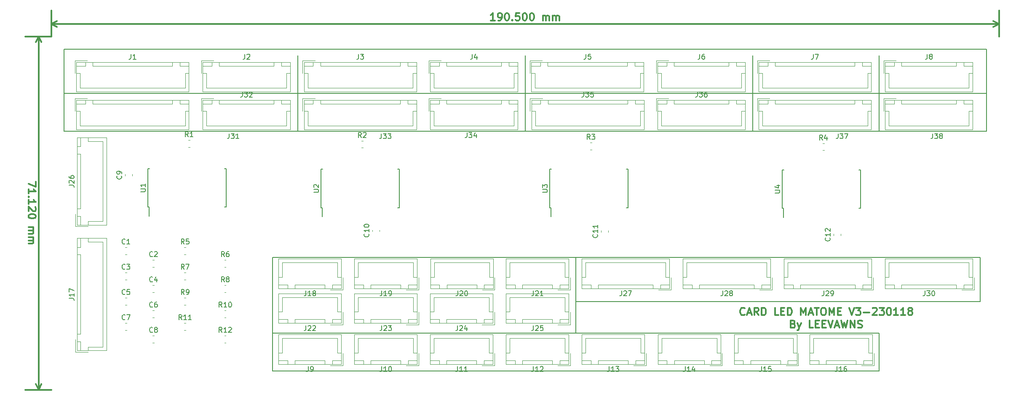
<source format=gto>
G04 #@! TF.FileFunction,Legend,Top*
%FSLAX46Y46*%
G04 Gerber Fmt 4.6, Leading zero omitted, Abs format (unit mm)*
G04 Created by KiCad (PCBNEW 4.0.7) date 01/22/18 21:40:53*
%MOMM*%
%LPD*%
G01*
G04 APERTURE LIST*
%ADD10C,0.100000*%
%ADD11C,0.300000*%
%ADD12C,0.200000*%
%ADD13C,0.150000*%
%ADD14C,0.120000*%
G04 APERTURE END LIST*
D10*
D11*
X45953430Y-80963287D02*
X45953430Y-81963287D01*
X44453430Y-81320430D01*
X44453430Y-83320429D02*
X44453430Y-82463286D01*
X44453430Y-82891858D02*
X45953430Y-82891858D01*
X45739144Y-82749001D01*
X45596287Y-82606143D01*
X45524858Y-82463286D01*
X44596287Y-83963286D02*
X44524858Y-84034714D01*
X44453430Y-83963286D01*
X44524858Y-83891857D01*
X44596287Y-83963286D01*
X44453430Y-83963286D01*
X44453430Y-85463286D02*
X44453430Y-84606143D01*
X44453430Y-85034715D02*
X45953430Y-85034715D01*
X45739144Y-84891858D01*
X45596287Y-84749000D01*
X45524858Y-84606143D01*
X45810572Y-86034714D02*
X45882001Y-86106143D01*
X45953430Y-86249000D01*
X45953430Y-86606143D01*
X45882001Y-86749000D01*
X45810572Y-86820429D01*
X45667715Y-86891857D01*
X45524858Y-86891857D01*
X45310572Y-86820429D01*
X44453430Y-85963286D01*
X44453430Y-86891857D01*
X45953430Y-87820428D02*
X45953430Y-87963285D01*
X45882001Y-88106142D01*
X45810572Y-88177571D01*
X45667715Y-88249000D01*
X45382001Y-88320428D01*
X45024858Y-88320428D01*
X44739144Y-88249000D01*
X44596287Y-88177571D01*
X44524858Y-88106142D01*
X44453430Y-87963285D01*
X44453430Y-87820428D01*
X44524858Y-87677571D01*
X44596287Y-87606142D01*
X44739144Y-87534714D01*
X45024858Y-87463285D01*
X45382001Y-87463285D01*
X45667715Y-87534714D01*
X45810572Y-87606142D01*
X45882001Y-87677571D01*
X45953430Y-87820428D01*
X44453430Y-90106142D02*
X45453430Y-90106142D01*
X45310572Y-90106142D02*
X45382001Y-90177570D01*
X45453430Y-90320428D01*
X45453430Y-90534713D01*
X45382001Y-90677570D01*
X45239144Y-90748999D01*
X44453430Y-90748999D01*
X45239144Y-90748999D02*
X45382001Y-90820428D01*
X45453430Y-90963285D01*
X45453430Y-91177570D01*
X45382001Y-91320428D01*
X45239144Y-91391856D01*
X44453430Y-91391856D01*
X44453430Y-92106142D02*
X45453430Y-92106142D01*
X45310572Y-92106142D02*
X45382001Y-92177570D01*
X45453430Y-92320428D01*
X45453430Y-92534713D01*
X45382001Y-92677570D01*
X45239144Y-92748999D01*
X44453430Y-92748999D01*
X45239144Y-92748999D02*
X45382001Y-92820428D01*
X45453430Y-92963285D01*
X45453430Y-93177570D01*
X45382001Y-93320428D01*
X45239144Y-93391856D01*
X44453430Y-93391856D01*
X46482001Y-51689000D02*
X46482001Y-122809000D01*
X49022000Y-51689000D02*
X43782001Y-51689000D01*
X49022000Y-122809000D02*
X43782001Y-122809000D01*
X46482001Y-122809000D02*
X45895580Y-121682496D01*
X46482001Y-122809000D02*
X47068422Y-121682496D01*
X46482001Y-51689000D02*
X45895580Y-52815504D01*
X46482001Y-51689000D02*
X47068422Y-52815504D01*
X138200573Y-48477571D02*
X137343430Y-48477571D01*
X137772002Y-48477571D02*
X137772002Y-46977571D01*
X137629145Y-47191857D01*
X137486287Y-47334714D01*
X137343430Y-47406143D01*
X138914858Y-48477571D02*
X139200573Y-48477571D01*
X139343430Y-48406143D01*
X139414858Y-48334714D01*
X139557716Y-48120429D01*
X139629144Y-47834714D01*
X139629144Y-47263286D01*
X139557716Y-47120429D01*
X139486287Y-47049000D01*
X139343430Y-46977571D01*
X139057716Y-46977571D01*
X138914858Y-47049000D01*
X138843430Y-47120429D01*
X138772001Y-47263286D01*
X138772001Y-47620429D01*
X138843430Y-47763286D01*
X138914858Y-47834714D01*
X139057716Y-47906143D01*
X139343430Y-47906143D01*
X139486287Y-47834714D01*
X139557716Y-47763286D01*
X139629144Y-47620429D01*
X140557715Y-46977571D02*
X140700572Y-46977571D01*
X140843429Y-47049000D01*
X140914858Y-47120429D01*
X140986287Y-47263286D01*
X141057715Y-47549000D01*
X141057715Y-47906143D01*
X140986287Y-48191857D01*
X140914858Y-48334714D01*
X140843429Y-48406143D01*
X140700572Y-48477571D01*
X140557715Y-48477571D01*
X140414858Y-48406143D01*
X140343429Y-48334714D01*
X140272001Y-48191857D01*
X140200572Y-47906143D01*
X140200572Y-47549000D01*
X140272001Y-47263286D01*
X140343429Y-47120429D01*
X140414858Y-47049000D01*
X140557715Y-46977571D01*
X141700572Y-48334714D02*
X141772000Y-48406143D01*
X141700572Y-48477571D01*
X141629143Y-48406143D01*
X141700572Y-48334714D01*
X141700572Y-48477571D01*
X143129144Y-46977571D02*
X142414858Y-46977571D01*
X142343429Y-47691857D01*
X142414858Y-47620429D01*
X142557715Y-47549000D01*
X142914858Y-47549000D01*
X143057715Y-47620429D01*
X143129144Y-47691857D01*
X143200572Y-47834714D01*
X143200572Y-48191857D01*
X143129144Y-48334714D01*
X143057715Y-48406143D01*
X142914858Y-48477571D01*
X142557715Y-48477571D01*
X142414858Y-48406143D01*
X142343429Y-48334714D01*
X144129143Y-46977571D02*
X144272000Y-46977571D01*
X144414857Y-47049000D01*
X144486286Y-47120429D01*
X144557715Y-47263286D01*
X144629143Y-47549000D01*
X144629143Y-47906143D01*
X144557715Y-48191857D01*
X144486286Y-48334714D01*
X144414857Y-48406143D01*
X144272000Y-48477571D01*
X144129143Y-48477571D01*
X143986286Y-48406143D01*
X143914857Y-48334714D01*
X143843429Y-48191857D01*
X143772000Y-47906143D01*
X143772000Y-47549000D01*
X143843429Y-47263286D01*
X143914857Y-47120429D01*
X143986286Y-47049000D01*
X144129143Y-46977571D01*
X145557714Y-46977571D02*
X145700571Y-46977571D01*
X145843428Y-47049000D01*
X145914857Y-47120429D01*
X145986286Y-47263286D01*
X146057714Y-47549000D01*
X146057714Y-47906143D01*
X145986286Y-48191857D01*
X145914857Y-48334714D01*
X145843428Y-48406143D01*
X145700571Y-48477571D01*
X145557714Y-48477571D01*
X145414857Y-48406143D01*
X145343428Y-48334714D01*
X145272000Y-48191857D01*
X145200571Y-47906143D01*
X145200571Y-47549000D01*
X145272000Y-47263286D01*
X145343428Y-47120429D01*
X145414857Y-47049000D01*
X145557714Y-46977571D01*
X147843428Y-48477571D02*
X147843428Y-47477571D01*
X147843428Y-47620429D02*
X147914856Y-47549000D01*
X148057714Y-47477571D01*
X148271999Y-47477571D01*
X148414856Y-47549000D01*
X148486285Y-47691857D01*
X148486285Y-48477571D01*
X148486285Y-47691857D02*
X148557714Y-47549000D01*
X148700571Y-47477571D01*
X148914856Y-47477571D01*
X149057714Y-47549000D01*
X149129142Y-47691857D01*
X149129142Y-48477571D01*
X149843428Y-48477571D02*
X149843428Y-47477571D01*
X149843428Y-47620429D02*
X149914856Y-47549000D01*
X150057714Y-47477571D01*
X150271999Y-47477571D01*
X150414856Y-47549000D01*
X150486285Y-47691857D01*
X150486285Y-48477571D01*
X150486285Y-47691857D02*
X150557714Y-47549000D01*
X150700571Y-47477571D01*
X150914856Y-47477571D01*
X151057714Y-47549000D01*
X151129142Y-47691857D01*
X151129142Y-48477571D01*
X49022000Y-49149000D02*
X239522000Y-49149000D01*
X49022000Y-51689000D02*
X49022000Y-46449000D01*
X239522000Y-51689000D02*
X239522000Y-46449000D01*
X239522000Y-49149000D02*
X238395496Y-49735421D01*
X239522000Y-49149000D02*
X238395496Y-48562579D01*
X49022000Y-49149000D02*
X50148504Y-49735421D01*
X49022000Y-49149000D02*
X50148504Y-48562579D01*
X188407145Y-107660714D02*
X188335716Y-107732143D01*
X188121430Y-107803571D01*
X187978573Y-107803571D01*
X187764288Y-107732143D01*
X187621430Y-107589286D01*
X187550002Y-107446429D01*
X187478573Y-107160714D01*
X187478573Y-106946429D01*
X187550002Y-106660714D01*
X187621430Y-106517857D01*
X187764288Y-106375000D01*
X187978573Y-106303571D01*
X188121430Y-106303571D01*
X188335716Y-106375000D01*
X188407145Y-106446429D01*
X188978573Y-107375000D02*
X189692859Y-107375000D01*
X188835716Y-107803571D02*
X189335716Y-106303571D01*
X189835716Y-107803571D01*
X191192859Y-107803571D02*
X190692859Y-107089286D01*
X190335716Y-107803571D02*
X190335716Y-106303571D01*
X190907144Y-106303571D01*
X191050002Y-106375000D01*
X191121430Y-106446429D01*
X191192859Y-106589286D01*
X191192859Y-106803571D01*
X191121430Y-106946429D01*
X191050002Y-107017857D01*
X190907144Y-107089286D01*
X190335716Y-107089286D01*
X191835716Y-107803571D02*
X191835716Y-106303571D01*
X192192859Y-106303571D01*
X192407144Y-106375000D01*
X192550002Y-106517857D01*
X192621430Y-106660714D01*
X192692859Y-106946429D01*
X192692859Y-107160714D01*
X192621430Y-107446429D01*
X192550002Y-107589286D01*
X192407144Y-107732143D01*
X192192859Y-107803571D01*
X191835716Y-107803571D01*
X195192859Y-107803571D02*
X194478573Y-107803571D01*
X194478573Y-106303571D01*
X195692859Y-107017857D02*
X196192859Y-107017857D01*
X196407145Y-107803571D02*
X195692859Y-107803571D01*
X195692859Y-106303571D01*
X196407145Y-106303571D01*
X197050002Y-107803571D02*
X197050002Y-106303571D01*
X197407145Y-106303571D01*
X197621430Y-106375000D01*
X197764288Y-106517857D01*
X197835716Y-106660714D01*
X197907145Y-106946429D01*
X197907145Y-107160714D01*
X197835716Y-107446429D01*
X197764288Y-107589286D01*
X197621430Y-107732143D01*
X197407145Y-107803571D01*
X197050002Y-107803571D01*
X199692859Y-107803571D02*
X199692859Y-106303571D01*
X200192859Y-107375000D01*
X200692859Y-106303571D01*
X200692859Y-107803571D01*
X201335716Y-107375000D02*
X202050002Y-107375000D01*
X201192859Y-107803571D02*
X201692859Y-106303571D01*
X202192859Y-107803571D01*
X202478573Y-106303571D02*
X203335716Y-106303571D01*
X202907145Y-107803571D02*
X202907145Y-106303571D01*
X204121430Y-106303571D02*
X204407144Y-106303571D01*
X204550002Y-106375000D01*
X204692859Y-106517857D01*
X204764287Y-106803571D01*
X204764287Y-107303571D01*
X204692859Y-107589286D01*
X204550002Y-107732143D01*
X204407144Y-107803571D01*
X204121430Y-107803571D01*
X203978573Y-107732143D01*
X203835716Y-107589286D01*
X203764287Y-107303571D01*
X203764287Y-106803571D01*
X203835716Y-106517857D01*
X203978573Y-106375000D01*
X204121430Y-106303571D01*
X205407145Y-107803571D02*
X205407145Y-106303571D01*
X205907145Y-107375000D01*
X206407145Y-106303571D01*
X206407145Y-107803571D01*
X207121431Y-107017857D02*
X207621431Y-107017857D01*
X207835717Y-107803571D02*
X207121431Y-107803571D01*
X207121431Y-106303571D01*
X207835717Y-106303571D01*
X209407145Y-106303571D02*
X209907145Y-107803571D01*
X210407145Y-106303571D01*
X210764288Y-106303571D02*
X211692859Y-106303571D01*
X211192859Y-106875000D01*
X211407145Y-106875000D01*
X211550002Y-106946429D01*
X211621431Y-107017857D01*
X211692859Y-107160714D01*
X211692859Y-107517857D01*
X211621431Y-107660714D01*
X211550002Y-107732143D01*
X211407145Y-107803571D01*
X210978573Y-107803571D01*
X210835716Y-107732143D01*
X210764288Y-107660714D01*
X212335716Y-107232143D02*
X213478573Y-107232143D01*
X214121430Y-106446429D02*
X214192859Y-106375000D01*
X214335716Y-106303571D01*
X214692859Y-106303571D01*
X214835716Y-106375000D01*
X214907145Y-106446429D01*
X214978573Y-106589286D01*
X214978573Y-106732143D01*
X214907145Y-106946429D01*
X214050002Y-107803571D01*
X214978573Y-107803571D01*
X215478573Y-106303571D02*
X216407144Y-106303571D01*
X215907144Y-106875000D01*
X216121430Y-106875000D01*
X216264287Y-106946429D01*
X216335716Y-107017857D01*
X216407144Y-107160714D01*
X216407144Y-107517857D01*
X216335716Y-107660714D01*
X216264287Y-107732143D01*
X216121430Y-107803571D01*
X215692858Y-107803571D01*
X215550001Y-107732143D01*
X215478573Y-107660714D01*
X217335715Y-106303571D02*
X217478572Y-106303571D01*
X217621429Y-106375000D01*
X217692858Y-106446429D01*
X217764287Y-106589286D01*
X217835715Y-106875000D01*
X217835715Y-107232143D01*
X217764287Y-107517857D01*
X217692858Y-107660714D01*
X217621429Y-107732143D01*
X217478572Y-107803571D01*
X217335715Y-107803571D01*
X217192858Y-107732143D01*
X217121429Y-107660714D01*
X217050001Y-107517857D01*
X216978572Y-107232143D01*
X216978572Y-106875000D01*
X217050001Y-106589286D01*
X217121429Y-106446429D01*
X217192858Y-106375000D01*
X217335715Y-106303571D01*
X219264286Y-107803571D02*
X218407143Y-107803571D01*
X218835715Y-107803571D02*
X218835715Y-106303571D01*
X218692858Y-106517857D01*
X218550000Y-106660714D01*
X218407143Y-106732143D01*
X220692857Y-107803571D02*
X219835714Y-107803571D01*
X220264286Y-107803571D02*
X220264286Y-106303571D01*
X220121429Y-106517857D01*
X219978571Y-106660714D01*
X219835714Y-106732143D01*
X221550000Y-106946429D02*
X221407142Y-106875000D01*
X221335714Y-106803571D01*
X221264285Y-106660714D01*
X221264285Y-106589286D01*
X221335714Y-106446429D01*
X221407142Y-106375000D01*
X221550000Y-106303571D01*
X221835714Y-106303571D01*
X221978571Y-106375000D01*
X222050000Y-106446429D01*
X222121428Y-106589286D01*
X222121428Y-106660714D01*
X222050000Y-106803571D01*
X221978571Y-106875000D01*
X221835714Y-106946429D01*
X221550000Y-106946429D01*
X221407142Y-107017857D01*
X221335714Y-107089286D01*
X221264285Y-107232143D01*
X221264285Y-107517857D01*
X221335714Y-107660714D01*
X221407142Y-107732143D01*
X221550000Y-107803571D01*
X221835714Y-107803571D01*
X221978571Y-107732143D01*
X222050000Y-107660714D01*
X222121428Y-107517857D01*
X222121428Y-107232143D01*
X222050000Y-107089286D01*
X221978571Y-107017857D01*
X221835714Y-106946429D01*
X198157143Y-109567857D02*
X198371429Y-109639286D01*
X198442857Y-109710714D01*
X198514286Y-109853571D01*
X198514286Y-110067857D01*
X198442857Y-110210714D01*
X198371429Y-110282143D01*
X198228571Y-110353571D01*
X197657143Y-110353571D01*
X197657143Y-108853571D01*
X198157143Y-108853571D01*
X198300000Y-108925000D01*
X198371429Y-108996429D01*
X198442857Y-109139286D01*
X198442857Y-109282143D01*
X198371429Y-109425000D01*
X198300000Y-109496429D01*
X198157143Y-109567857D01*
X197657143Y-109567857D01*
X199014286Y-109353571D02*
X199371429Y-110353571D01*
X199728571Y-109353571D02*
X199371429Y-110353571D01*
X199228571Y-110710714D01*
X199157143Y-110782143D01*
X199014286Y-110853571D01*
X202157143Y-110353571D02*
X201442857Y-110353571D01*
X201442857Y-108853571D01*
X202657143Y-109567857D02*
X203157143Y-109567857D01*
X203371429Y-110353571D02*
X202657143Y-110353571D01*
X202657143Y-108853571D01*
X203371429Y-108853571D01*
X204014286Y-109567857D02*
X204514286Y-109567857D01*
X204728572Y-110353571D02*
X204014286Y-110353571D01*
X204014286Y-108853571D01*
X204728572Y-108853571D01*
X205157143Y-108853571D02*
X205657143Y-110353571D01*
X206157143Y-108853571D01*
X206585714Y-109925000D02*
X207300000Y-109925000D01*
X206442857Y-110353571D02*
X206942857Y-108853571D01*
X207442857Y-110353571D01*
X207800000Y-108853571D02*
X208157143Y-110353571D01*
X208442857Y-109282143D01*
X208728571Y-110353571D01*
X209085714Y-108853571D01*
X209657143Y-110353571D02*
X209657143Y-108853571D01*
X210514286Y-110353571D01*
X210514286Y-108853571D01*
X211157143Y-110282143D02*
X211371429Y-110353571D01*
X211728572Y-110353571D01*
X211871429Y-110282143D01*
X211942858Y-110210714D01*
X212014286Y-110067857D01*
X212014286Y-109925000D01*
X211942858Y-109782143D01*
X211871429Y-109710714D01*
X211728572Y-109639286D01*
X211442858Y-109567857D01*
X211300000Y-109496429D01*
X211228572Y-109425000D01*
X211157143Y-109282143D01*
X211157143Y-109139286D01*
X211228572Y-108996429D01*
X211300000Y-108925000D01*
X211442858Y-108853571D01*
X211800000Y-108853571D01*
X212014286Y-108925000D01*
D12*
X215392000Y-55499000D02*
X215392000Y-70739000D01*
X189992000Y-55499000D02*
X189992000Y-70739000D01*
X144272000Y-55499000D02*
X144272000Y-70739000D01*
X98552000Y-55499000D02*
X98552000Y-70739000D01*
X236982000Y-70739000D02*
X236982000Y-63119000D01*
X51562000Y-70739000D02*
X236982000Y-70739000D01*
X51562000Y-63119000D02*
X51562000Y-70739000D01*
X236982000Y-63119000D02*
X51562000Y-63119000D01*
X236982000Y-54229000D02*
X236982000Y-63119000D01*
X51562000Y-54229000D02*
X236982000Y-54229000D01*
X51562000Y-63119000D02*
X51562000Y-54229000D01*
X215392000Y-111379000D02*
X93472000Y-111379000D01*
X215392000Y-118999000D02*
X215392000Y-111379000D01*
X93472000Y-118999000D02*
X215392000Y-118999000D01*
X93472000Y-111379000D02*
X93472000Y-118999000D01*
X235712000Y-105029000D02*
X154432000Y-105029000D01*
X235712000Y-96139000D02*
X235712000Y-105029000D01*
X154432000Y-96139000D02*
X235712000Y-96139000D01*
X93472000Y-111379000D02*
X93472000Y-96139000D01*
X154432000Y-111379000D02*
X93472000Y-111379000D01*
X154432000Y-96139000D02*
X154432000Y-111379000D01*
X93472000Y-96139000D02*
X154432000Y-96139000D01*
D13*
X68452000Y-86044000D02*
X68727000Y-86044000D01*
X68452000Y-78294000D02*
X68817000Y-78294000D01*
X84202000Y-78294000D02*
X83837000Y-78294000D01*
X84202000Y-86044000D02*
X83837000Y-86044000D01*
X68452000Y-86044000D02*
X68452000Y-78294000D01*
X84202000Y-86044000D02*
X84202000Y-78294000D01*
X68727000Y-86044000D02*
X68727000Y-87869000D01*
X103250000Y-86172000D02*
X103525000Y-86172000D01*
X103250000Y-78422000D02*
X103615000Y-78422000D01*
X119000000Y-78422000D02*
X118635000Y-78422000D01*
X119000000Y-86172000D02*
X118635000Y-86172000D01*
X103250000Y-86172000D02*
X103250000Y-78422000D01*
X119000000Y-86172000D02*
X119000000Y-78422000D01*
X103525000Y-86172000D02*
X103525000Y-87997000D01*
X149224000Y-86172000D02*
X149499000Y-86172000D01*
X149224000Y-78422000D02*
X149589000Y-78422000D01*
X164974000Y-78422000D02*
X164609000Y-78422000D01*
X164974000Y-86172000D02*
X164609000Y-86172000D01*
X149224000Y-86172000D02*
X149224000Y-78422000D01*
X164974000Y-86172000D02*
X164974000Y-78422000D01*
X149499000Y-86172000D02*
X149499000Y-87997000D01*
X195960000Y-86299000D02*
X196235000Y-86299000D01*
X195960000Y-78549000D02*
X196325000Y-78549000D01*
X211710000Y-78549000D02*
X211345000Y-78549000D01*
X211710000Y-86299000D02*
X211345000Y-86299000D01*
X195960000Y-86299000D02*
X195960000Y-78549000D01*
X211710000Y-86299000D02*
X211710000Y-78549000D01*
X196235000Y-86299000D02*
X196235000Y-88124000D01*
D14*
X83844500Y-111939000D02*
X84144500Y-111939000D01*
X83844500Y-113359000D02*
X84144500Y-113359000D01*
X79492000Y-56859000D02*
X79492000Y-62809000D01*
X79492000Y-62809000D02*
X97092000Y-62809000D01*
X97092000Y-62809000D02*
X97092000Y-56859000D01*
X97092000Y-56859000D02*
X79492000Y-56859000D01*
X82792000Y-56859000D02*
X82792000Y-57609000D01*
X82792000Y-57609000D02*
X93792000Y-57609000D01*
X93792000Y-57609000D02*
X93792000Y-56859000D01*
X93792000Y-56859000D02*
X82792000Y-56859000D01*
X79492000Y-56859000D02*
X79492000Y-57609000D01*
X79492000Y-57609000D02*
X81292000Y-57609000D01*
X81292000Y-57609000D02*
X81292000Y-56859000D01*
X81292000Y-56859000D02*
X79492000Y-56859000D01*
X95292000Y-56859000D02*
X95292000Y-57609000D01*
X95292000Y-57609000D02*
X97092000Y-57609000D01*
X97092000Y-57609000D02*
X97092000Y-56859000D01*
X97092000Y-56859000D02*
X95292000Y-56859000D01*
X79492000Y-59109000D02*
X80242000Y-59109000D01*
X80242000Y-59109000D02*
X80242000Y-62059000D01*
X80242000Y-62059000D02*
X88292000Y-62059000D01*
X97092000Y-59109000D02*
X96342000Y-59109000D01*
X96342000Y-59109000D02*
X96342000Y-62059000D01*
X96342000Y-62059000D02*
X88292000Y-62059000D01*
X81692000Y-56559000D02*
X79192000Y-56559000D01*
X79192000Y-56559000D02*
X79192000Y-59059000D01*
X79492000Y-64479000D02*
X79492000Y-70429000D01*
X79492000Y-70429000D02*
X97092000Y-70429000D01*
X97092000Y-70429000D02*
X97092000Y-64479000D01*
X97092000Y-64479000D02*
X79492000Y-64479000D01*
X82792000Y-64479000D02*
X82792000Y-65229000D01*
X82792000Y-65229000D02*
X93792000Y-65229000D01*
X93792000Y-65229000D02*
X93792000Y-64479000D01*
X93792000Y-64479000D02*
X82792000Y-64479000D01*
X79492000Y-64479000D02*
X79492000Y-65229000D01*
X79492000Y-65229000D02*
X81292000Y-65229000D01*
X81292000Y-65229000D02*
X81292000Y-64479000D01*
X81292000Y-64479000D02*
X79492000Y-64479000D01*
X95292000Y-64479000D02*
X95292000Y-65229000D01*
X95292000Y-65229000D02*
X97092000Y-65229000D01*
X97092000Y-65229000D02*
X97092000Y-64479000D01*
X97092000Y-64479000D02*
X95292000Y-64479000D01*
X79492000Y-66729000D02*
X80242000Y-66729000D01*
X80242000Y-66729000D02*
X80242000Y-69679000D01*
X80242000Y-69679000D02*
X88292000Y-69679000D01*
X97092000Y-66729000D02*
X96342000Y-66729000D01*
X96342000Y-66729000D02*
X96342000Y-69679000D01*
X96342000Y-69679000D02*
X88292000Y-69679000D01*
X81692000Y-64179000D02*
X79192000Y-64179000D01*
X79192000Y-64179000D02*
X79192000Y-66679000D01*
X75769500Y-109399000D02*
X76069500Y-109399000D01*
X75769500Y-110819000D02*
X76069500Y-110819000D01*
X83844500Y-106859000D02*
X84144500Y-106859000D01*
X83844500Y-108279000D02*
X84144500Y-108279000D01*
X75769500Y-104319000D02*
X76069500Y-104319000D01*
X75769500Y-105739000D02*
X76069500Y-105739000D01*
X83844500Y-101779000D02*
X84144500Y-101779000D01*
X83844500Y-103199000D02*
X84144500Y-103199000D01*
X75769500Y-99239000D02*
X76069500Y-99239000D01*
X75769500Y-100659000D02*
X76069500Y-100659000D01*
X83844500Y-96699000D02*
X84144500Y-96699000D01*
X83844500Y-98119000D02*
X84144500Y-98119000D01*
X75769500Y-94159000D02*
X76069500Y-94159000D01*
X75769500Y-95579000D02*
X76069500Y-95579000D01*
X204092500Y-73204000D02*
X204392500Y-73204000D01*
X204092500Y-74624000D02*
X204392500Y-74624000D01*
X157356500Y-73077000D02*
X157656500Y-73077000D01*
X157356500Y-74497000D02*
X157656500Y-74497000D01*
X111382500Y-72696000D02*
X111682500Y-72696000D01*
X111382500Y-74116000D02*
X111682500Y-74116000D01*
X76584500Y-72569000D02*
X76884500Y-72569000D01*
X76584500Y-73989000D02*
X76884500Y-73989000D01*
X216652000Y-64479000D02*
X216652000Y-70429000D01*
X216652000Y-70429000D02*
X234252000Y-70429000D01*
X234252000Y-70429000D02*
X234252000Y-64479000D01*
X234252000Y-64479000D02*
X216652000Y-64479000D01*
X219952000Y-64479000D02*
X219952000Y-65229000D01*
X219952000Y-65229000D02*
X230952000Y-65229000D01*
X230952000Y-65229000D02*
X230952000Y-64479000D01*
X230952000Y-64479000D02*
X219952000Y-64479000D01*
X216652000Y-64479000D02*
X216652000Y-65229000D01*
X216652000Y-65229000D02*
X218452000Y-65229000D01*
X218452000Y-65229000D02*
X218452000Y-64479000D01*
X218452000Y-64479000D02*
X216652000Y-64479000D01*
X232452000Y-64479000D02*
X232452000Y-65229000D01*
X232452000Y-65229000D02*
X234252000Y-65229000D01*
X234252000Y-65229000D02*
X234252000Y-64479000D01*
X234252000Y-64479000D02*
X232452000Y-64479000D01*
X216652000Y-66729000D02*
X217402000Y-66729000D01*
X217402000Y-66729000D02*
X217402000Y-69679000D01*
X217402000Y-69679000D02*
X225452000Y-69679000D01*
X234252000Y-66729000D02*
X233502000Y-66729000D01*
X233502000Y-66729000D02*
X233502000Y-69679000D01*
X233502000Y-69679000D02*
X225452000Y-69679000D01*
X218852000Y-64179000D02*
X216352000Y-64179000D01*
X216352000Y-64179000D02*
X216352000Y-66679000D01*
X191252000Y-64479000D02*
X191252000Y-70429000D01*
X191252000Y-70429000D02*
X213852000Y-70429000D01*
X213852000Y-70429000D02*
X213852000Y-64479000D01*
X213852000Y-64479000D02*
X191252000Y-64479000D01*
X194552000Y-64479000D02*
X194552000Y-65229000D01*
X194552000Y-65229000D02*
X210552000Y-65229000D01*
X210552000Y-65229000D02*
X210552000Y-64479000D01*
X210552000Y-64479000D02*
X194552000Y-64479000D01*
X191252000Y-64479000D02*
X191252000Y-65229000D01*
X191252000Y-65229000D02*
X193052000Y-65229000D01*
X193052000Y-65229000D02*
X193052000Y-64479000D01*
X193052000Y-64479000D02*
X191252000Y-64479000D01*
X212052000Y-64479000D02*
X212052000Y-65229000D01*
X212052000Y-65229000D02*
X213852000Y-65229000D01*
X213852000Y-65229000D02*
X213852000Y-64479000D01*
X213852000Y-64479000D02*
X212052000Y-64479000D01*
X191252000Y-66729000D02*
X192002000Y-66729000D01*
X192002000Y-66729000D02*
X192002000Y-69679000D01*
X192002000Y-69679000D02*
X202552000Y-69679000D01*
X213852000Y-66729000D02*
X213102000Y-66729000D01*
X213102000Y-66729000D02*
X213102000Y-69679000D01*
X213102000Y-69679000D02*
X202552000Y-69679000D01*
X193452000Y-64179000D02*
X190952000Y-64179000D01*
X190952000Y-64179000D02*
X190952000Y-66679000D01*
X170932000Y-64479000D02*
X170932000Y-70429000D01*
X170932000Y-70429000D02*
X188532000Y-70429000D01*
X188532000Y-70429000D02*
X188532000Y-64479000D01*
X188532000Y-64479000D02*
X170932000Y-64479000D01*
X174232000Y-64479000D02*
X174232000Y-65229000D01*
X174232000Y-65229000D02*
X185232000Y-65229000D01*
X185232000Y-65229000D02*
X185232000Y-64479000D01*
X185232000Y-64479000D02*
X174232000Y-64479000D01*
X170932000Y-64479000D02*
X170932000Y-65229000D01*
X170932000Y-65229000D02*
X172732000Y-65229000D01*
X172732000Y-65229000D02*
X172732000Y-64479000D01*
X172732000Y-64479000D02*
X170932000Y-64479000D01*
X186732000Y-64479000D02*
X186732000Y-65229000D01*
X186732000Y-65229000D02*
X188532000Y-65229000D01*
X188532000Y-65229000D02*
X188532000Y-64479000D01*
X188532000Y-64479000D02*
X186732000Y-64479000D01*
X170932000Y-66729000D02*
X171682000Y-66729000D01*
X171682000Y-66729000D02*
X171682000Y-69679000D01*
X171682000Y-69679000D02*
X179732000Y-69679000D01*
X188532000Y-66729000D02*
X187782000Y-66729000D01*
X187782000Y-66729000D02*
X187782000Y-69679000D01*
X187782000Y-69679000D02*
X179732000Y-69679000D01*
X173132000Y-64179000D02*
X170632000Y-64179000D01*
X170632000Y-64179000D02*
X170632000Y-66679000D01*
X145572000Y-64479000D02*
X145572000Y-70429000D01*
X145572000Y-70429000D02*
X168172000Y-70429000D01*
X168172000Y-70429000D02*
X168172000Y-64479000D01*
X168172000Y-64479000D02*
X145572000Y-64479000D01*
X148872000Y-64479000D02*
X148872000Y-65229000D01*
X148872000Y-65229000D02*
X164872000Y-65229000D01*
X164872000Y-65229000D02*
X164872000Y-64479000D01*
X164872000Y-64479000D02*
X148872000Y-64479000D01*
X145572000Y-64479000D02*
X145572000Y-65229000D01*
X145572000Y-65229000D02*
X147372000Y-65229000D01*
X147372000Y-65229000D02*
X147372000Y-64479000D01*
X147372000Y-64479000D02*
X145572000Y-64479000D01*
X166372000Y-64479000D02*
X166372000Y-65229000D01*
X166372000Y-65229000D02*
X168172000Y-65229000D01*
X168172000Y-65229000D02*
X168172000Y-64479000D01*
X168172000Y-64479000D02*
X166372000Y-64479000D01*
X145572000Y-66729000D02*
X146322000Y-66729000D01*
X146322000Y-66729000D02*
X146322000Y-69679000D01*
X146322000Y-69679000D02*
X156872000Y-69679000D01*
X168172000Y-66729000D02*
X167422000Y-66729000D01*
X167422000Y-66729000D02*
X167422000Y-69679000D01*
X167422000Y-69679000D02*
X156872000Y-69679000D01*
X147772000Y-64179000D02*
X145272000Y-64179000D01*
X145272000Y-64179000D02*
X145272000Y-66679000D01*
X125212000Y-64479000D02*
X125212000Y-70429000D01*
X125212000Y-70429000D02*
X142812000Y-70429000D01*
X142812000Y-70429000D02*
X142812000Y-64479000D01*
X142812000Y-64479000D02*
X125212000Y-64479000D01*
X128512000Y-64479000D02*
X128512000Y-65229000D01*
X128512000Y-65229000D02*
X139512000Y-65229000D01*
X139512000Y-65229000D02*
X139512000Y-64479000D01*
X139512000Y-64479000D02*
X128512000Y-64479000D01*
X125212000Y-64479000D02*
X125212000Y-65229000D01*
X125212000Y-65229000D02*
X127012000Y-65229000D01*
X127012000Y-65229000D02*
X127012000Y-64479000D01*
X127012000Y-64479000D02*
X125212000Y-64479000D01*
X141012000Y-64479000D02*
X141012000Y-65229000D01*
X141012000Y-65229000D02*
X142812000Y-65229000D01*
X142812000Y-65229000D02*
X142812000Y-64479000D01*
X142812000Y-64479000D02*
X141012000Y-64479000D01*
X125212000Y-66729000D02*
X125962000Y-66729000D01*
X125962000Y-66729000D02*
X125962000Y-69679000D01*
X125962000Y-69679000D02*
X134012000Y-69679000D01*
X142812000Y-66729000D02*
X142062000Y-66729000D01*
X142062000Y-66729000D02*
X142062000Y-69679000D01*
X142062000Y-69679000D02*
X134012000Y-69679000D01*
X127412000Y-64179000D02*
X124912000Y-64179000D01*
X124912000Y-64179000D02*
X124912000Y-66679000D01*
X99852000Y-64479000D02*
X99852000Y-70429000D01*
X99852000Y-70429000D02*
X122452000Y-70429000D01*
X122452000Y-70429000D02*
X122452000Y-64479000D01*
X122452000Y-64479000D02*
X99852000Y-64479000D01*
X103152000Y-64479000D02*
X103152000Y-65229000D01*
X103152000Y-65229000D02*
X119152000Y-65229000D01*
X119152000Y-65229000D02*
X119152000Y-64479000D01*
X119152000Y-64479000D02*
X103152000Y-64479000D01*
X99852000Y-64479000D02*
X99852000Y-65229000D01*
X99852000Y-65229000D02*
X101652000Y-65229000D01*
X101652000Y-65229000D02*
X101652000Y-64479000D01*
X101652000Y-64479000D02*
X99852000Y-64479000D01*
X120652000Y-64479000D02*
X120652000Y-65229000D01*
X120652000Y-65229000D02*
X122452000Y-65229000D01*
X122452000Y-65229000D02*
X122452000Y-64479000D01*
X122452000Y-64479000D02*
X120652000Y-64479000D01*
X99852000Y-66729000D02*
X100602000Y-66729000D01*
X100602000Y-66729000D02*
X100602000Y-69679000D01*
X100602000Y-69679000D02*
X111152000Y-69679000D01*
X122452000Y-66729000D02*
X121702000Y-66729000D01*
X121702000Y-66729000D02*
X121702000Y-69679000D01*
X121702000Y-69679000D02*
X111152000Y-69679000D01*
X102052000Y-64179000D02*
X99552000Y-64179000D01*
X99552000Y-64179000D02*
X99552000Y-66679000D01*
X54092000Y-64479000D02*
X54092000Y-70429000D01*
X54092000Y-70429000D02*
X76692000Y-70429000D01*
X76692000Y-70429000D02*
X76692000Y-64479000D01*
X76692000Y-64479000D02*
X54092000Y-64479000D01*
X57392000Y-64479000D02*
X57392000Y-65229000D01*
X57392000Y-65229000D02*
X73392000Y-65229000D01*
X73392000Y-65229000D02*
X73392000Y-64479000D01*
X73392000Y-64479000D02*
X57392000Y-64479000D01*
X54092000Y-64479000D02*
X54092000Y-65229000D01*
X54092000Y-65229000D02*
X55892000Y-65229000D01*
X55892000Y-65229000D02*
X55892000Y-64479000D01*
X55892000Y-64479000D02*
X54092000Y-64479000D01*
X74892000Y-64479000D02*
X74892000Y-65229000D01*
X74892000Y-65229000D02*
X76692000Y-65229000D01*
X76692000Y-65229000D02*
X76692000Y-64479000D01*
X76692000Y-64479000D02*
X74892000Y-64479000D01*
X54092000Y-66729000D02*
X54842000Y-66729000D01*
X54842000Y-66729000D02*
X54842000Y-69679000D01*
X54842000Y-69679000D02*
X65392000Y-69679000D01*
X76692000Y-66729000D02*
X75942000Y-66729000D01*
X75942000Y-66729000D02*
X75942000Y-69679000D01*
X75942000Y-69679000D02*
X65392000Y-69679000D01*
X56292000Y-64179000D02*
X53792000Y-64179000D01*
X53792000Y-64179000D02*
X53792000Y-66679000D01*
X234252000Y-102399000D02*
X234252000Y-96449000D01*
X234252000Y-96449000D02*
X216652000Y-96449000D01*
X216652000Y-96449000D02*
X216652000Y-102399000D01*
X216652000Y-102399000D02*
X234252000Y-102399000D01*
X230952000Y-102399000D02*
X230952000Y-101649000D01*
X230952000Y-101649000D02*
X219952000Y-101649000D01*
X219952000Y-101649000D02*
X219952000Y-102399000D01*
X219952000Y-102399000D02*
X230952000Y-102399000D01*
X234252000Y-102399000D02*
X234252000Y-101649000D01*
X234252000Y-101649000D02*
X232452000Y-101649000D01*
X232452000Y-101649000D02*
X232452000Y-102399000D01*
X232452000Y-102399000D02*
X234252000Y-102399000D01*
X218452000Y-102399000D02*
X218452000Y-101649000D01*
X218452000Y-101649000D02*
X216652000Y-101649000D01*
X216652000Y-101649000D02*
X216652000Y-102399000D01*
X216652000Y-102399000D02*
X218452000Y-102399000D01*
X234252000Y-100149000D02*
X233502000Y-100149000D01*
X233502000Y-100149000D02*
X233502000Y-97199000D01*
X233502000Y-97199000D02*
X225452000Y-97199000D01*
X216652000Y-100149000D02*
X217402000Y-100149000D01*
X217402000Y-100149000D02*
X217402000Y-97199000D01*
X217402000Y-97199000D02*
X225452000Y-97199000D01*
X232052000Y-102699000D02*
X234552000Y-102699000D01*
X234552000Y-102699000D02*
X234552000Y-100199000D01*
X213932000Y-102399000D02*
X213932000Y-96449000D01*
X213932000Y-96449000D02*
X196332000Y-96449000D01*
X196332000Y-96449000D02*
X196332000Y-102399000D01*
X196332000Y-102399000D02*
X213932000Y-102399000D01*
X210632000Y-102399000D02*
X210632000Y-101649000D01*
X210632000Y-101649000D02*
X199632000Y-101649000D01*
X199632000Y-101649000D02*
X199632000Y-102399000D01*
X199632000Y-102399000D02*
X210632000Y-102399000D01*
X213932000Y-102399000D02*
X213932000Y-101649000D01*
X213932000Y-101649000D02*
X212132000Y-101649000D01*
X212132000Y-101649000D02*
X212132000Y-102399000D01*
X212132000Y-102399000D02*
X213932000Y-102399000D01*
X198132000Y-102399000D02*
X198132000Y-101649000D01*
X198132000Y-101649000D02*
X196332000Y-101649000D01*
X196332000Y-101649000D02*
X196332000Y-102399000D01*
X196332000Y-102399000D02*
X198132000Y-102399000D01*
X213932000Y-100149000D02*
X213182000Y-100149000D01*
X213182000Y-100149000D02*
X213182000Y-97199000D01*
X213182000Y-97199000D02*
X205132000Y-97199000D01*
X196332000Y-100149000D02*
X197082000Y-100149000D01*
X197082000Y-100149000D02*
X197082000Y-97199000D01*
X197082000Y-97199000D02*
X205132000Y-97199000D01*
X211732000Y-102699000D02*
X214232000Y-102699000D01*
X214232000Y-102699000D02*
X214232000Y-100199000D01*
X193612000Y-102399000D02*
X193612000Y-96449000D01*
X193612000Y-96449000D02*
X176012000Y-96449000D01*
X176012000Y-96449000D02*
X176012000Y-102399000D01*
X176012000Y-102399000D02*
X193612000Y-102399000D01*
X190312000Y-102399000D02*
X190312000Y-101649000D01*
X190312000Y-101649000D02*
X179312000Y-101649000D01*
X179312000Y-101649000D02*
X179312000Y-102399000D01*
X179312000Y-102399000D02*
X190312000Y-102399000D01*
X193612000Y-102399000D02*
X193612000Y-101649000D01*
X193612000Y-101649000D02*
X191812000Y-101649000D01*
X191812000Y-101649000D02*
X191812000Y-102399000D01*
X191812000Y-102399000D02*
X193612000Y-102399000D01*
X177812000Y-102399000D02*
X177812000Y-101649000D01*
X177812000Y-101649000D02*
X176012000Y-101649000D01*
X176012000Y-101649000D02*
X176012000Y-102399000D01*
X176012000Y-102399000D02*
X177812000Y-102399000D01*
X193612000Y-100149000D02*
X192862000Y-100149000D01*
X192862000Y-100149000D02*
X192862000Y-97199000D01*
X192862000Y-97199000D02*
X184812000Y-97199000D01*
X176012000Y-100149000D02*
X176762000Y-100149000D01*
X176762000Y-100149000D02*
X176762000Y-97199000D01*
X176762000Y-97199000D02*
X184812000Y-97199000D01*
X191412000Y-102699000D02*
X193912000Y-102699000D01*
X193912000Y-102699000D02*
X193912000Y-100199000D01*
X173292000Y-102399000D02*
X173292000Y-96449000D01*
X173292000Y-96449000D02*
X155692000Y-96449000D01*
X155692000Y-96449000D02*
X155692000Y-102399000D01*
X155692000Y-102399000D02*
X173292000Y-102399000D01*
X169992000Y-102399000D02*
X169992000Y-101649000D01*
X169992000Y-101649000D02*
X158992000Y-101649000D01*
X158992000Y-101649000D02*
X158992000Y-102399000D01*
X158992000Y-102399000D02*
X169992000Y-102399000D01*
X173292000Y-102399000D02*
X173292000Y-101649000D01*
X173292000Y-101649000D02*
X171492000Y-101649000D01*
X171492000Y-101649000D02*
X171492000Y-102399000D01*
X171492000Y-102399000D02*
X173292000Y-102399000D01*
X157492000Y-102399000D02*
X157492000Y-101649000D01*
X157492000Y-101649000D02*
X155692000Y-101649000D01*
X155692000Y-101649000D02*
X155692000Y-102399000D01*
X155692000Y-102399000D02*
X157492000Y-102399000D01*
X173292000Y-100149000D02*
X172542000Y-100149000D01*
X172542000Y-100149000D02*
X172542000Y-97199000D01*
X172542000Y-97199000D02*
X164492000Y-97199000D01*
X155692000Y-100149000D02*
X156442000Y-100149000D01*
X156442000Y-100149000D02*
X156442000Y-97199000D01*
X156442000Y-97199000D02*
X164492000Y-97199000D01*
X171092000Y-102699000D02*
X173592000Y-102699000D01*
X173592000Y-102699000D02*
X173592000Y-100199000D01*
X54192000Y-89639000D02*
X60142000Y-89639000D01*
X60142000Y-89639000D02*
X60142000Y-72039000D01*
X60142000Y-72039000D02*
X54192000Y-72039000D01*
X54192000Y-72039000D02*
X54192000Y-89639000D01*
X54192000Y-86339000D02*
X54942000Y-86339000D01*
X54942000Y-86339000D02*
X54942000Y-75339000D01*
X54942000Y-75339000D02*
X54192000Y-75339000D01*
X54192000Y-75339000D02*
X54192000Y-86339000D01*
X54192000Y-89639000D02*
X54942000Y-89639000D01*
X54942000Y-89639000D02*
X54942000Y-87839000D01*
X54942000Y-87839000D02*
X54192000Y-87839000D01*
X54192000Y-87839000D02*
X54192000Y-89639000D01*
X54192000Y-73839000D02*
X54942000Y-73839000D01*
X54942000Y-73839000D02*
X54942000Y-72039000D01*
X54942000Y-72039000D02*
X54192000Y-72039000D01*
X54192000Y-72039000D02*
X54192000Y-73839000D01*
X56442000Y-89639000D02*
X56442000Y-88889000D01*
X56442000Y-88889000D02*
X59392000Y-88889000D01*
X59392000Y-88889000D02*
X59392000Y-80839000D01*
X56442000Y-72039000D02*
X56442000Y-72789000D01*
X56442000Y-72789000D02*
X59392000Y-72789000D01*
X59392000Y-72789000D02*
X59392000Y-80839000D01*
X53892000Y-87439000D02*
X53892000Y-89939000D01*
X53892000Y-89939000D02*
X56392000Y-89939000D01*
X153052000Y-109384000D02*
X153052000Y-103434000D01*
X153052000Y-103434000D02*
X140452000Y-103434000D01*
X140452000Y-103434000D02*
X140452000Y-109384000D01*
X140452000Y-109384000D02*
X153052000Y-109384000D01*
X149752000Y-109384000D02*
X149752000Y-108634000D01*
X149752000Y-108634000D02*
X143752000Y-108634000D01*
X143752000Y-108634000D02*
X143752000Y-109384000D01*
X143752000Y-109384000D02*
X149752000Y-109384000D01*
X153052000Y-109384000D02*
X153052000Y-108634000D01*
X153052000Y-108634000D02*
X151252000Y-108634000D01*
X151252000Y-108634000D02*
X151252000Y-109384000D01*
X151252000Y-109384000D02*
X153052000Y-109384000D01*
X142252000Y-109384000D02*
X142252000Y-108634000D01*
X142252000Y-108634000D02*
X140452000Y-108634000D01*
X140452000Y-108634000D02*
X140452000Y-109384000D01*
X140452000Y-109384000D02*
X142252000Y-109384000D01*
X153052000Y-107134000D02*
X152302000Y-107134000D01*
X152302000Y-107134000D02*
X152302000Y-104184000D01*
X152302000Y-104184000D02*
X146752000Y-104184000D01*
X140452000Y-107134000D02*
X141202000Y-107134000D01*
X141202000Y-107134000D02*
X141202000Y-104184000D01*
X141202000Y-104184000D02*
X146752000Y-104184000D01*
X150852000Y-109684000D02*
X153352000Y-109684000D01*
X153352000Y-109684000D02*
X153352000Y-107184000D01*
X137812000Y-109384000D02*
X137812000Y-103434000D01*
X137812000Y-103434000D02*
X125212000Y-103434000D01*
X125212000Y-103434000D02*
X125212000Y-109384000D01*
X125212000Y-109384000D02*
X137812000Y-109384000D01*
X134512000Y-109384000D02*
X134512000Y-108634000D01*
X134512000Y-108634000D02*
X128512000Y-108634000D01*
X128512000Y-108634000D02*
X128512000Y-109384000D01*
X128512000Y-109384000D02*
X134512000Y-109384000D01*
X137812000Y-109384000D02*
X137812000Y-108634000D01*
X137812000Y-108634000D02*
X136012000Y-108634000D01*
X136012000Y-108634000D02*
X136012000Y-109384000D01*
X136012000Y-109384000D02*
X137812000Y-109384000D01*
X127012000Y-109384000D02*
X127012000Y-108634000D01*
X127012000Y-108634000D02*
X125212000Y-108634000D01*
X125212000Y-108634000D02*
X125212000Y-109384000D01*
X125212000Y-109384000D02*
X127012000Y-109384000D01*
X137812000Y-107134000D02*
X137062000Y-107134000D01*
X137062000Y-107134000D02*
X137062000Y-104184000D01*
X137062000Y-104184000D02*
X131512000Y-104184000D01*
X125212000Y-107134000D02*
X125962000Y-107134000D01*
X125962000Y-107134000D02*
X125962000Y-104184000D01*
X125962000Y-104184000D02*
X131512000Y-104184000D01*
X135612000Y-109684000D02*
X138112000Y-109684000D01*
X138112000Y-109684000D02*
X138112000Y-107184000D01*
X122572000Y-109384000D02*
X122572000Y-103434000D01*
X122572000Y-103434000D02*
X109972000Y-103434000D01*
X109972000Y-103434000D02*
X109972000Y-109384000D01*
X109972000Y-109384000D02*
X122572000Y-109384000D01*
X119272000Y-109384000D02*
X119272000Y-108634000D01*
X119272000Y-108634000D02*
X113272000Y-108634000D01*
X113272000Y-108634000D02*
X113272000Y-109384000D01*
X113272000Y-109384000D02*
X119272000Y-109384000D01*
X122572000Y-109384000D02*
X122572000Y-108634000D01*
X122572000Y-108634000D02*
X120772000Y-108634000D01*
X120772000Y-108634000D02*
X120772000Y-109384000D01*
X120772000Y-109384000D02*
X122572000Y-109384000D01*
X111772000Y-109384000D02*
X111772000Y-108634000D01*
X111772000Y-108634000D02*
X109972000Y-108634000D01*
X109972000Y-108634000D02*
X109972000Y-109384000D01*
X109972000Y-109384000D02*
X111772000Y-109384000D01*
X122572000Y-107134000D02*
X121822000Y-107134000D01*
X121822000Y-107134000D02*
X121822000Y-104184000D01*
X121822000Y-104184000D02*
X116272000Y-104184000D01*
X109972000Y-107134000D02*
X110722000Y-107134000D01*
X110722000Y-107134000D02*
X110722000Y-104184000D01*
X110722000Y-104184000D02*
X116272000Y-104184000D01*
X120372000Y-109684000D02*
X122872000Y-109684000D01*
X122872000Y-109684000D02*
X122872000Y-107184000D01*
X107332000Y-109384000D02*
X107332000Y-103434000D01*
X107332000Y-103434000D02*
X94732000Y-103434000D01*
X94732000Y-103434000D02*
X94732000Y-109384000D01*
X94732000Y-109384000D02*
X107332000Y-109384000D01*
X104032000Y-109384000D02*
X104032000Y-108634000D01*
X104032000Y-108634000D02*
X98032000Y-108634000D01*
X98032000Y-108634000D02*
X98032000Y-109384000D01*
X98032000Y-109384000D02*
X104032000Y-109384000D01*
X107332000Y-109384000D02*
X107332000Y-108634000D01*
X107332000Y-108634000D02*
X105532000Y-108634000D01*
X105532000Y-108634000D02*
X105532000Y-109384000D01*
X105532000Y-109384000D02*
X107332000Y-109384000D01*
X96532000Y-109384000D02*
X96532000Y-108634000D01*
X96532000Y-108634000D02*
X94732000Y-108634000D01*
X94732000Y-108634000D02*
X94732000Y-109384000D01*
X94732000Y-109384000D02*
X96532000Y-109384000D01*
X107332000Y-107134000D02*
X106582000Y-107134000D01*
X106582000Y-107134000D02*
X106582000Y-104184000D01*
X106582000Y-104184000D02*
X101032000Y-104184000D01*
X94732000Y-107134000D02*
X95482000Y-107134000D01*
X95482000Y-107134000D02*
X95482000Y-104184000D01*
X95482000Y-104184000D02*
X101032000Y-104184000D01*
X105132000Y-109684000D02*
X107632000Y-109684000D01*
X107632000Y-109684000D02*
X107632000Y-107184000D01*
X153052000Y-102399000D02*
X153052000Y-96449000D01*
X153052000Y-96449000D02*
X140452000Y-96449000D01*
X140452000Y-96449000D02*
X140452000Y-102399000D01*
X140452000Y-102399000D02*
X153052000Y-102399000D01*
X149752000Y-102399000D02*
X149752000Y-101649000D01*
X149752000Y-101649000D02*
X143752000Y-101649000D01*
X143752000Y-101649000D02*
X143752000Y-102399000D01*
X143752000Y-102399000D02*
X149752000Y-102399000D01*
X153052000Y-102399000D02*
X153052000Y-101649000D01*
X153052000Y-101649000D02*
X151252000Y-101649000D01*
X151252000Y-101649000D02*
X151252000Y-102399000D01*
X151252000Y-102399000D02*
X153052000Y-102399000D01*
X142252000Y-102399000D02*
X142252000Y-101649000D01*
X142252000Y-101649000D02*
X140452000Y-101649000D01*
X140452000Y-101649000D02*
X140452000Y-102399000D01*
X140452000Y-102399000D02*
X142252000Y-102399000D01*
X153052000Y-100149000D02*
X152302000Y-100149000D01*
X152302000Y-100149000D02*
X152302000Y-97199000D01*
X152302000Y-97199000D02*
X146752000Y-97199000D01*
X140452000Y-100149000D02*
X141202000Y-100149000D01*
X141202000Y-100149000D02*
X141202000Y-97199000D01*
X141202000Y-97199000D02*
X146752000Y-97199000D01*
X150852000Y-102699000D02*
X153352000Y-102699000D01*
X153352000Y-102699000D02*
X153352000Y-100199000D01*
X137852000Y-102399000D02*
X137852000Y-96449000D01*
X137852000Y-96449000D02*
X125252000Y-96449000D01*
X125252000Y-96449000D02*
X125252000Y-102399000D01*
X125252000Y-102399000D02*
X137852000Y-102399000D01*
X134552000Y-102399000D02*
X134552000Y-101649000D01*
X134552000Y-101649000D02*
X128552000Y-101649000D01*
X128552000Y-101649000D02*
X128552000Y-102399000D01*
X128552000Y-102399000D02*
X134552000Y-102399000D01*
X137852000Y-102399000D02*
X137852000Y-101649000D01*
X137852000Y-101649000D02*
X136052000Y-101649000D01*
X136052000Y-101649000D02*
X136052000Y-102399000D01*
X136052000Y-102399000D02*
X137852000Y-102399000D01*
X127052000Y-102399000D02*
X127052000Y-101649000D01*
X127052000Y-101649000D02*
X125252000Y-101649000D01*
X125252000Y-101649000D02*
X125252000Y-102399000D01*
X125252000Y-102399000D02*
X127052000Y-102399000D01*
X137852000Y-100149000D02*
X137102000Y-100149000D01*
X137102000Y-100149000D02*
X137102000Y-97199000D01*
X137102000Y-97199000D02*
X131552000Y-97199000D01*
X125252000Y-100149000D02*
X126002000Y-100149000D01*
X126002000Y-100149000D02*
X126002000Y-97199000D01*
X126002000Y-97199000D02*
X131552000Y-97199000D01*
X135652000Y-102699000D02*
X138152000Y-102699000D01*
X138152000Y-102699000D02*
X138152000Y-100199000D01*
X107332000Y-102399000D02*
X107332000Y-96449000D01*
X107332000Y-96449000D02*
X94732000Y-96449000D01*
X94732000Y-96449000D02*
X94732000Y-102399000D01*
X94732000Y-102399000D02*
X107332000Y-102399000D01*
X104032000Y-102399000D02*
X104032000Y-101649000D01*
X104032000Y-101649000D02*
X98032000Y-101649000D01*
X98032000Y-101649000D02*
X98032000Y-102399000D01*
X98032000Y-102399000D02*
X104032000Y-102399000D01*
X107332000Y-102399000D02*
X107332000Y-101649000D01*
X107332000Y-101649000D02*
X105532000Y-101649000D01*
X105532000Y-101649000D02*
X105532000Y-102399000D01*
X105532000Y-102399000D02*
X107332000Y-102399000D01*
X96532000Y-102399000D02*
X96532000Y-101649000D01*
X96532000Y-101649000D02*
X94732000Y-101649000D01*
X94732000Y-101649000D02*
X94732000Y-102399000D01*
X94732000Y-102399000D02*
X96532000Y-102399000D01*
X107332000Y-100149000D02*
X106582000Y-100149000D01*
X106582000Y-100149000D02*
X106582000Y-97199000D01*
X106582000Y-97199000D02*
X101032000Y-97199000D01*
X94732000Y-100149000D02*
X95482000Y-100149000D01*
X95482000Y-100149000D02*
X95482000Y-97199000D01*
X95482000Y-97199000D02*
X101032000Y-97199000D01*
X105132000Y-102699000D02*
X107632000Y-102699000D01*
X107632000Y-102699000D02*
X107632000Y-100199000D01*
X54192000Y-114919000D02*
X60142000Y-114919000D01*
X60142000Y-114919000D02*
X60142000Y-92319000D01*
X60142000Y-92319000D02*
X54192000Y-92319000D01*
X54192000Y-92319000D02*
X54192000Y-114919000D01*
X54192000Y-111619000D02*
X54942000Y-111619000D01*
X54942000Y-111619000D02*
X54942000Y-95619000D01*
X54942000Y-95619000D02*
X54192000Y-95619000D01*
X54192000Y-95619000D02*
X54192000Y-111619000D01*
X54192000Y-114919000D02*
X54942000Y-114919000D01*
X54942000Y-114919000D02*
X54942000Y-113119000D01*
X54942000Y-113119000D02*
X54192000Y-113119000D01*
X54192000Y-113119000D02*
X54192000Y-114919000D01*
X54192000Y-94119000D02*
X54942000Y-94119000D01*
X54942000Y-94119000D02*
X54942000Y-92319000D01*
X54942000Y-92319000D02*
X54192000Y-92319000D01*
X54192000Y-92319000D02*
X54192000Y-94119000D01*
X56442000Y-114919000D02*
X56442000Y-114169000D01*
X56442000Y-114169000D02*
X59392000Y-114169000D01*
X59392000Y-114169000D02*
X59392000Y-103619000D01*
X56442000Y-92319000D02*
X56442000Y-93069000D01*
X56442000Y-93069000D02*
X59392000Y-93069000D01*
X59392000Y-93069000D02*
X59392000Y-103619000D01*
X53892000Y-112719000D02*
X53892000Y-115219000D01*
X53892000Y-115219000D02*
X56392000Y-115219000D01*
X214092000Y-117639000D02*
X214092000Y-111689000D01*
X214092000Y-111689000D02*
X201492000Y-111689000D01*
X201492000Y-111689000D02*
X201492000Y-117639000D01*
X201492000Y-117639000D02*
X214092000Y-117639000D01*
X210792000Y-117639000D02*
X210792000Y-116889000D01*
X210792000Y-116889000D02*
X204792000Y-116889000D01*
X204792000Y-116889000D02*
X204792000Y-117639000D01*
X204792000Y-117639000D02*
X210792000Y-117639000D01*
X214092000Y-117639000D02*
X214092000Y-116889000D01*
X214092000Y-116889000D02*
X212292000Y-116889000D01*
X212292000Y-116889000D02*
X212292000Y-117639000D01*
X212292000Y-117639000D02*
X214092000Y-117639000D01*
X203292000Y-117639000D02*
X203292000Y-116889000D01*
X203292000Y-116889000D02*
X201492000Y-116889000D01*
X201492000Y-116889000D02*
X201492000Y-117639000D01*
X201492000Y-117639000D02*
X203292000Y-117639000D01*
X214092000Y-115389000D02*
X213342000Y-115389000D01*
X213342000Y-115389000D02*
X213342000Y-112439000D01*
X213342000Y-112439000D02*
X207792000Y-112439000D01*
X201492000Y-115389000D02*
X202242000Y-115389000D01*
X202242000Y-115389000D02*
X202242000Y-112439000D01*
X202242000Y-112439000D02*
X207792000Y-112439000D01*
X211892000Y-117939000D02*
X214392000Y-117939000D01*
X214392000Y-117939000D02*
X214392000Y-115439000D01*
X198892000Y-117639000D02*
X198892000Y-111689000D01*
X198892000Y-111689000D02*
X186292000Y-111689000D01*
X186292000Y-111689000D02*
X186292000Y-117639000D01*
X186292000Y-117639000D02*
X198892000Y-117639000D01*
X195592000Y-117639000D02*
X195592000Y-116889000D01*
X195592000Y-116889000D02*
X189592000Y-116889000D01*
X189592000Y-116889000D02*
X189592000Y-117639000D01*
X189592000Y-117639000D02*
X195592000Y-117639000D01*
X198892000Y-117639000D02*
X198892000Y-116889000D01*
X198892000Y-116889000D02*
X197092000Y-116889000D01*
X197092000Y-116889000D02*
X197092000Y-117639000D01*
X197092000Y-117639000D02*
X198892000Y-117639000D01*
X188092000Y-117639000D02*
X188092000Y-116889000D01*
X188092000Y-116889000D02*
X186292000Y-116889000D01*
X186292000Y-116889000D02*
X186292000Y-117639000D01*
X186292000Y-117639000D02*
X188092000Y-117639000D01*
X198892000Y-115389000D02*
X198142000Y-115389000D01*
X198142000Y-115389000D02*
X198142000Y-112439000D01*
X198142000Y-112439000D02*
X192592000Y-112439000D01*
X186292000Y-115389000D02*
X187042000Y-115389000D01*
X187042000Y-115389000D02*
X187042000Y-112439000D01*
X187042000Y-112439000D02*
X192592000Y-112439000D01*
X196692000Y-117939000D02*
X199192000Y-117939000D01*
X199192000Y-117939000D02*
X199192000Y-115439000D01*
X183572000Y-117639000D02*
X183572000Y-111689000D01*
X183572000Y-111689000D02*
X170972000Y-111689000D01*
X170972000Y-111689000D02*
X170972000Y-117639000D01*
X170972000Y-117639000D02*
X183572000Y-117639000D01*
X180272000Y-117639000D02*
X180272000Y-116889000D01*
X180272000Y-116889000D02*
X174272000Y-116889000D01*
X174272000Y-116889000D02*
X174272000Y-117639000D01*
X174272000Y-117639000D02*
X180272000Y-117639000D01*
X183572000Y-117639000D02*
X183572000Y-116889000D01*
X183572000Y-116889000D02*
X181772000Y-116889000D01*
X181772000Y-116889000D02*
X181772000Y-117639000D01*
X181772000Y-117639000D02*
X183572000Y-117639000D01*
X172772000Y-117639000D02*
X172772000Y-116889000D01*
X172772000Y-116889000D02*
X170972000Y-116889000D01*
X170972000Y-116889000D02*
X170972000Y-117639000D01*
X170972000Y-117639000D02*
X172772000Y-117639000D01*
X183572000Y-115389000D02*
X182822000Y-115389000D01*
X182822000Y-115389000D02*
X182822000Y-112439000D01*
X182822000Y-112439000D02*
X177272000Y-112439000D01*
X170972000Y-115389000D02*
X171722000Y-115389000D01*
X171722000Y-115389000D02*
X171722000Y-112439000D01*
X171722000Y-112439000D02*
X177272000Y-112439000D01*
X181372000Y-117939000D02*
X183872000Y-117939000D01*
X183872000Y-117939000D02*
X183872000Y-115439000D01*
X168292000Y-117639000D02*
X168292000Y-111689000D01*
X168292000Y-111689000D02*
X155692000Y-111689000D01*
X155692000Y-111689000D02*
X155692000Y-117639000D01*
X155692000Y-117639000D02*
X168292000Y-117639000D01*
X164992000Y-117639000D02*
X164992000Y-116889000D01*
X164992000Y-116889000D02*
X158992000Y-116889000D01*
X158992000Y-116889000D02*
X158992000Y-117639000D01*
X158992000Y-117639000D02*
X164992000Y-117639000D01*
X168292000Y-117639000D02*
X168292000Y-116889000D01*
X168292000Y-116889000D02*
X166492000Y-116889000D01*
X166492000Y-116889000D02*
X166492000Y-117639000D01*
X166492000Y-117639000D02*
X168292000Y-117639000D01*
X157492000Y-117639000D02*
X157492000Y-116889000D01*
X157492000Y-116889000D02*
X155692000Y-116889000D01*
X155692000Y-116889000D02*
X155692000Y-117639000D01*
X155692000Y-117639000D02*
X157492000Y-117639000D01*
X168292000Y-115389000D02*
X167542000Y-115389000D01*
X167542000Y-115389000D02*
X167542000Y-112439000D01*
X167542000Y-112439000D02*
X161992000Y-112439000D01*
X155692000Y-115389000D02*
X156442000Y-115389000D01*
X156442000Y-115389000D02*
X156442000Y-112439000D01*
X156442000Y-112439000D02*
X161992000Y-112439000D01*
X166092000Y-117939000D02*
X168592000Y-117939000D01*
X168592000Y-117939000D02*
X168592000Y-115439000D01*
X153052000Y-117639000D02*
X153052000Y-111689000D01*
X153052000Y-111689000D02*
X140452000Y-111689000D01*
X140452000Y-111689000D02*
X140452000Y-117639000D01*
X140452000Y-117639000D02*
X153052000Y-117639000D01*
X149752000Y-117639000D02*
X149752000Y-116889000D01*
X149752000Y-116889000D02*
X143752000Y-116889000D01*
X143752000Y-116889000D02*
X143752000Y-117639000D01*
X143752000Y-117639000D02*
X149752000Y-117639000D01*
X153052000Y-117639000D02*
X153052000Y-116889000D01*
X153052000Y-116889000D02*
X151252000Y-116889000D01*
X151252000Y-116889000D02*
X151252000Y-117639000D01*
X151252000Y-117639000D02*
X153052000Y-117639000D01*
X142252000Y-117639000D02*
X142252000Y-116889000D01*
X142252000Y-116889000D02*
X140452000Y-116889000D01*
X140452000Y-116889000D02*
X140452000Y-117639000D01*
X140452000Y-117639000D02*
X142252000Y-117639000D01*
X153052000Y-115389000D02*
X152302000Y-115389000D01*
X152302000Y-115389000D02*
X152302000Y-112439000D01*
X152302000Y-112439000D02*
X146752000Y-112439000D01*
X140452000Y-115389000D02*
X141202000Y-115389000D01*
X141202000Y-115389000D02*
X141202000Y-112439000D01*
X141202000Y-112439000D02*
X146752000Y-112439000D01*
X150852000Y-117939000D02*
X153352000Y-117939000D01*
X153352000Y-117939000D02*
X153352000Y-115439000D01*
X137812000Y-117639000D02*
X137812000Y-111689000D01*
X137812000Y-111689000D02*
X125212000Y-111689000D01*
X125212000Y-111689000D02*
X125212000Y-117639000D01*
X125212000Y-117639000D02*
X137812000Y-117639000D01*
X134512000Y-117639000D02*
X134512000Y-116889000D01*
X134512000Y-116889000D02*
X128512000Y-116889000D01*
X128512000Y-116889000D02*
X128512000Y-117639000D01*
X128512000Y-117639000D02*
X134512000Y-117639000D01*
X137812000Y-117639000D02*
X137812000Y-116889000D01*
X137812000Y-116889000D02*
X136012000Y-116889000D01*
X136012000Y-116889000D02*
X136012000Y-117639000D01*
X136012000Y-117639000D02*
X137812000Y-117639000D01*
X127012000Y-117639000D02*
X127012000Y-116889000D01*
X127012000Y-116889000D02*
X125212000Y-116889000D01*
X125212000Y-116889000D02*
X125212000Y-117639000D01*
X125212000Y-117639000D02*
X127012000Y-117639000D01*
X137812000Y-115389000D02*
X137062000Y-115389000D01*
X137062000Y-115389000D02*
X137062000Y-112439000D01*
X137062000Y-112439000D02*
X131512000Y-112439000D01*
X125212000Y-115389000D02*
X125962000Y-115389000D01*
X125962000Y-115389000D02*
X125962000Y-112439000D01*
X125962000Y-112439000D02*
X131512000Y-112439000D01*
X135612000Y-117939000D02*
X138112000Y-117939000D01*
X138112000Y-117939000D02*
X138112000Y-115439000D01*
X122572000Y-117639000D02*
X122572000Y-111689000D01*
X122572000Y-111689000D02*
X109972000Y-111689000D01*
X109972000Y-111689000D02*
X109972000Y-117639000D01*
X109972000Y-117639000D02*
X122572000Y-117639000D01*
X119272000Y-117639000D02*
X119272000Y-116889000D01*
X119272000Y-116889000D02*
X113272000Y-116889000D01*
X113272000Y-116889000D02*
X113272000Y-117639000D01*
X113272000Y-117639000D02*
X119272000Y-117639000D01*
X122572000Y-117639000D02*
X122572000Y-116889000D01*
X122572000Y-116889000D02*
X120772000Y-116889000D01*
X120772000Y-116889000D02*
X120772000Y-117639000D01*
X120772000Y-117639000D02*
X122572000Y-117639000D01*
X111772000Y-117639000D02*
X111772000Y-116889000D01*
X111772000Y-116889000D02*
X109972000Y-116889000D01*
X109972000Y-116889000D02*
X109972000Y-117639000D01*
X109972000Y-117639000D02*
X111772000Y-117639000D01*
X122572000Y-115389000D02*
X121822000Y-115389000D01*
X121822000Y-115389000D02*
X121822000Y-112439000D01*
X121822000Y-112439000D02*
X116272000Y-112439000D01*
X109972000Y-115389000D02*
X110722000Y-115389000D01*
X110722000Y-115389000D02*
X110722000Y-112439000D01*
X110722000Y-112439000D02*
X116272000Y-112439000D01*
X120372000Y-117939000D02*
X122872000Y-117939000D01*
X122872000Y-117939000D02*
X122872000Y-115439000D01*
X107332000Y-117639000D02*
X107332000Y-111689000D01*
X107332000Y-111689000D02*
X94732000Y-111689000D01*
X94732000Y-111689000D02*
X94732000Y-117639000D01*
X94732000Y-117639000D02*
X107332000Y-117639000D01*
X104032000Y-117639000D02*
X104032000Y-116889000D01*
X104032000Y-116889000D02*
X98032000Y-116889000D01*
X98032000Y-116889000D02*
X98032000Y-117639000D01*
X98032000Y-117639000D02*
X104032000Y-117639000D01*
X107332000Y-117639000D02*
X107332000Y-116889000D01*
X107332000Y-116889000D02*
X105532000Y-116889000D01*
X105532000Y-116889000D02*
X105532000Y-117639000D01*
X105532000Y-117639000D02*
X107332000Y-117639000D01*
X96532000Y-117639000D02*
X96532000Y-116889000D01*
X96532000Y-116889000D02*
X94732000Y-116889000D01*
X94732000Y-116889000D02*
X94732000Y-117639000D01*
X94732000Y-117639000D02*
X96532000Y-117639000D01*
X107332000Y-115389000D02*
X106582000Y-115389000D01*
X106582000Y-115389000D02*
X106582000Y-112439000D01*
X106582000Y-112439000D02*
X101032000Y-112439000D01*
X94732000Y-115389000D02*
X95482000Y-115389000D01*
X95482000Y-115389000D02*
X95482000Y-112439000D01*
X95482000Y-112439000D02*
X101032000Y-112439000D01*
X105132000Y-117939000D02*
X107632000Y-117939000D01*
X107632000Y-117939000D02*
X107632000Y-115439000D01*
X216652000Y-56859000D02*
X216652000Y-62809000D01*
X216652000Y-62809000D02*
X234252000Y-62809000D01*
X234252000Y-62809000D02*
X234252000Y-56859000D01*
X234252000Y-56859000D02*
X216652000Y-56859000D01*
X219952000Y-56859000D02*
X219952000Y-57609000D01*
X219952000Y-57609000D02*
X230952000Y-57609000D01*
X230952000Y-57609000D02*
X230952000Y-56859000D01*
X230952000Y-56859000D02*
X219952000Y-56859000D01*
X216652000Y-56859000D02*
X216652000Y-57609000D01*
X216652000Y-57609000D02*
X218452000Y-57609000D01*
X218452000Y-57609000D02*
X218452000Y-56859000D01*
X218452000Y-56859000D02*
X216652000Y-56859000D01*
X232452000Y-56859000D02*
X232452000Y-57609000D01*
X232452000Y-57609000D02*
X234252000Y-57609000D01*
X234252000Y-57609000D02*
X234252000Y-56859000D01*
X234252000Y-56859000D02*
X232452000Y-56859000D01*
X216652000Y-59109000D02*
X217402000Y-59109000D01*
X217402000Y-59109000D02*
X217402000Y-62059000D01*
X217402000Y-62059000D02*
X225452000Y-62059000D01*
X234252000Y-59109000D02*
X233502000Y-59109000D01*
X233502000Y-59109000D02*
X233502000Y-62059000D01*
X233502000Y-62059000D02*
X225452000Y-62059000D01*
X218852000Y-56559000D02*
X216352000Y-56559000D01*
X216352000Y-56559000D02*
X216352000Y-59059000D01*
X191252000Y-56859000D02*
X191252000Y-62809000D01*
X191252000Y-62809000D02*
X213852000Y-62809000D01*
X213852000Y-62809000D02*
X213852000Y-56859000D01*
X213852000Y-56859000D02*
X191252000Y-56859000D01*
X194552000Y-56859000D02*
X194552000Y-57609000D01*
X194552000Y-57609000D02*
X210552000Y-57609000D01*
X210552000Y-57609000D02*
X210552000Y-56859000D01*
X210552000Y-56859000D02*
X194552000Y-56859000D01*
X191252000Y-56859000D02*
X191252000Y-57609000D01*
X191252000Y-57609000D02*
X193052000Y-57609000D01*
X193052000Y-57609000D02*
X193052000Y-56859000D01*
X193052000Y-56859000D02*
X191252000Y-56859000D01*
X212052000Y-56859000D02*
X212052000Y-57609000D01*
X212052000Y-57609000D02*
X213852000Y-57609000D01*
X213852000Y-57609000D02*
X213852000Y-56859000D01*
X213852000Y-56859000D02*
X212052000Y-56859000D01*
X191252000Y-59109000D02*
X192002000Y-59109000D01*
X192002000Y-59109000D02*
X192002000Y-62059000D01*
X192002000Y-62059000D02*
X202552000Y-62059000D01*
X213852000Y-59109000D02*
X213102000Y-59109000D01*
X213102000Y-59109000D02*
X213102000Y-62059000D01*
X213102000Y-62059000D02*
X202552000Y-62059000D01*
X193452000Y-56559000D02*
X190952000Y-56559000D01*
X190952000Y-56559000D02*
X190952000Y-59059000D01*
X170932000Y-56859000D02*
X170932000Y-62809000D01*
X170932000Y-62809000D02*
X188532000Y-62809000D01*
X188532000Y-62809000D02*
X188532000Y-56859000D01*
X188532000Y-56859000D02*
X170932000Y-56859000D01*
X174232000Y-56859000D02*
X174232000Y-57609000D01*
X174232000Y-57609000D02*
X185232000Y-57609000D01*
X185232000Y-57609000D02*
X185232000Y-56859000D01*
X185232000Y-56859000D02*
X174232000Y-56859000D01*
X170932000Y-56859000D02*
X170932000Y-57609000D01*
X170932000Y-57609000D02*
X172732000Y-57609000D01*
X172732000Y-57609000D02*
X172732000Y-56859000D01*
X172732000Y-56859000D02*
X170932000Y-56859000D01*
X186732000Y-56859000D02*
X186732000Y-57609000D01*
X186732000Y-57609000D02*
X188532000Y-57609000D01*
X188532000Y-57609000D02*
X188532000Y-56859000D01*
X188532000Y-56859000D02*
X186732000Y-56859000D01*
X170932000Y-59109000D02*
X171682000Y-59109000D01*
X171682000Y-59109000D02*
X171682000Y-62059000D01*
X171682000Y-62059000D02*
X179732000Y-62059000D01*
X188532000Y-59109000D02*
X187782000Y-59109000D01*
X187782000Y-59109000D02*
X187782000Y-62059000D01*
X187782000Y-62059000D02*
X179732000Y-62059000D01*
X173132000Y-56559000D02*
X170632000Y-56559000D01*
X170632000Y-56559000D02*
X170632000Y-59059000D01*
X145532000Y-56859000D02*
X145532000Y-62809000D01*
X145532000Y-62809000D02*
X168132000Y-62809000D01*
X168132000Y-62809000D02*
X168132000Y-56859000D01*
X168132000Y-56859000D02*
X145532000Y-56859000D01*
X148832000Y-56859000D02*
X148832000Y-57609000D01*
X148832000Y-57609000D02*
X164832000Y-57609000D01*
X164832000Y-57609000D02*
X164832000Y-56859000D01*
X164832000Y-56859000D02*
X148832000Y-56859000D01*
X145532000Y-56859000D02*
X145532000Y-57609000D01*
X145532000Y-57609000D02*
X147332000Y-57609000D01*
X147332000Y-57609000D02*
X147332000Y-56859000D01*
X147332000Y-56859000D02*
X145532000Y-56859000D01*
X166332000Y-56859000D02*
X166332000Y-57609000D01*
X166332000Y-57609000D02*
X168132000Y-57609000D01*
X168132000Y-57609000D02*
X168132000Y-56859000D01*
X168132000Y-56859000D02*
X166332000Y-56859000D01*
X145532000Y-59109000D02*
X146282000Y-59109000D01*
X146282000Y-59109000D02*
X146282000Y-62059000D01*
X146282000Y-62059000D02*
X156832000Y-62059000D01*
X168132000Y-59109000D02*
X167382000Y-59109000D01*
X167382000Y-59109000D02*
X167382000Y-62059000D01*
X167382000Y-62059000D02*
X156832000Y-62059000D01*
X147732000Y-56559000D02*
X145232000Y-56559000D01*
X145232000Y-56559000D02*
X145232000Y-59059000D01*
X125212000Y-56859000D02*
X125212000Y-62809000D01*
X125212000Y-62809000D02*
X142812000Y-62809000D01*
X142812000Y-62809000D02*
X142812000Y-56859000D01*
X142812000Y-56859000D02*
X125212000Y-56859000D01*
X128512000Y-56859000D02*
X128512000Y-57609000D01*
X128512000Y-57609000D02*
X139512000Y-57609000D01*
X139512000Y-57609000D02*
X139512000Y-56859000D01*
X139512000Y-56859000D02*
X128512000Y-56859000D01*
X125212000Y-56859000D02*
X125212000Y-57609000D01*
X125212000Y-57609000D02*
X127012000Y-57609000D01*
X127012000Y-57609000D02*
X127012000Y-56859000D01*
X127012000Y-56859000D02*
X125212000Y-56859000D01*
X141012000Y-56859000D02*
X141012000Y-57609000D01*
X141012000Y-57609000D02*
X142812000Y-57609000D01*
X142812000Y-57609000D02*
X142812000Y-56859000D01*
X142812000Y-56859000D02*
X141012000Y-56859000D01*
X125212000Y-59109000D02*
X125962000Y-59109000D01*
X125962000Y-59109000D02*
X125962000Y-62059000D01*
X125962000Y-62059000D02*
X134012000Y-62059000D01*
X142812000Y-59109000D02*
X142062000Y-59109000D01*
X142062000Y-59109000D02*
X142062000Y-62059000D01*
X142062000Y-62059000D02*
X134012000Y-62059000D01*
X127412000Y-56559000D02*
X124912000Y-56559000D01*
X124912000Y-56559000D02*
X124912000Y-59059000D01*
X99852000Y-56859000D02*
X99852000Y-62809000D01*
X99852000Y-62809000D02*
X122452000Y-62809000D01*
X122452000Y-62809000D02*
X122452000Y-56859000D01*
X122452000Y-56859000D02*
X99852000Y-56859000D01*
X103152000Y-56859000D02*
X103152000Y-57609000D01*
X103152000Y-57609000D02*
X119152000Y-57609000D01*
X119152000Y-57609000D02*
X119152000Y-56859000D01*
X119152000Y-56859000D02*
X103152000Y-56859000D01*
X99852000Y-56859000D02*
X99852000Y-57609000D01*
X99852000Y-57609000D02*
X101652000Y-57609000D01*
X101652000Y-57609000D02*
X101652000Y-56859000D01*
X101652000Y-56859000D02*
X99852000Y-56859000D01*
X120652000Y-56859000D02*
X120652000Y-57609000D01*
X120652000Y-57609000D02*
X122452000Y-57609000D01*
X122452000Y-57609000D02*
X122452000Y-56859000D01*
X122452000Y-56859000D02*
X120652000Y-56859000D01*
X99852000Y-59109000D02*
X100602000Y-59109000D01*
X100602000Y-59109000D02*
X100602000Y-62059000D01*
X100602000Y-62059000D02*
X111152000Y-62059000D01*
X122452000Y-59109000D02*
X121702000Y-59109000D01*
X121702000Y-59109000D02*
X121702000Y-62059000D01*
X121702000Y-62059000D02*
X111152000Y-62059000D01*
X102052000Y-56559000D02*
X99552000Y-56559000D01*
X99552000Y-56559000D02*
X99552000Y-59059000D01*
X54092000Y-56859000D02*
X54092000Y-62809000D01*
X54092000Y-62809000D02*
X76692000Y-62809000D01*
X76692000Y-62809000D02*
X76692000Y-56859000D01*
X76692000Y-56859000D02*
X54092000Y-56859000D01*
X57392000Y-56859000D02*
X57392000Y-57609000D01*
X57392000Y-57609000D02*
X73392000Y-57609000D01*
X73392000Y-57609000D02*
X73392000Y-56859000D01*
X73392000Y-56859000D02*
X57392000Y-56859000D01*
X54092000Y-56859000D02*
X54092000Y-57609000D01*
X54092000Y-57609000D02*
X55892000Y-57609000D01*
X55892000Y-57609000D02*
X55892000Y-56859000D01*
X55892000Y-56859000D02*
X54092000Y-56859000D01*
X74892000Y-56859000D02*
X74892000Y-57609000D01*
X74892000Y-57609000D02*
X76692000Y-57609000D01*
X76692000Y-57609000D02*
X76692000Y-56859000D01*
X76692000Y-56859000D02*
X74892000Y-56859000D01*
X54092000Y-59109000D02*
X54842000Y-59109000D01*
X54842000Y-59109000D02*
X54842000Y-62059000D01*
X54842000Y-62059000D02*
X65392000Y-62059000D01*
X76692000Y-59109000D02*
X75942000Y-59109000D01*
X75942000Y-59109000D02*
X75942000Y-62059000D01*
X75942000Y-62059000D02*
X65392000Y-62059000D01*
X56292000Y-56559000D02*
X53792000Y-56559000D01*
X53792000Y-56559000D02*
X53792000Y-59059000D01*
X206300000Y-91743500D02*
X206300000Y-91443500D01*
X207720000Y-91743500D02*
X207720000Y-91443500D01*
X159564000Y-91055500D02*
X159564000Y-90755500D01*
X160984000Y-91055500D02*
X160984000Y-90755500D01*
X113590000Y-90928500D02*
X113590000Y-90628500D01*
X115010000Y-90928500D02*
X115010000Y-90628500D01*
X63890000Y-79750000D02*
X63890000Y-79450000D01*
X65310000Y-79750000D02*
X65310000Y-79450000D01*
X69419500Y-111939000D02*
X69719500Y-111939000D01*
X69419500Y-113359000D02*
X69719500Y-113359000D01*
X63884500Y-109399000D02*
X64184500Y-109399000D01*
X63884500Y-110819000D02*
X64184500Y-110819000D01*
X69419500Y-106859000D02*
X69719500Y-106859000D01*
X69419500Y-108279000D02*
X69719500Y-108279000D01*
X63884500Y-104319000D02*
X64184500Y-104319000D01*
X63884500Y-105739000D02*
X64184500Y-105739000D01*
X69419500Y-101779000D02*
X69719500Y-101779000D01*
X69419500Y-103199000D02*
X69719500Y-103199000D01*
X63884500Y-99239000D02*
X64184500Y-99239000D01*
X63884500Y-100659000D02*
X64184500Y-100659000D01*
X63884500Y-94159000D02*
X64184500Y-94159000D01*
X63884500Y-95579000D02*
X64184500Y-95579000D01*
X69419500Y-96699000D02*
X69719500Y-96699000D01*
X69419500Y-98119000D02*
X69719500Y-98119000D01*
X122572000Y-102399000D02*
X122572000Y-96449000D01*
X122572000Y-96449000D02*
X109972000Y-96449000D01*
X109972000Y-96449000D02*
X109972000Y-102399000D01*
X109972000Y-102399000D02*
X122572000Y-102399000D01*
X119272000Y-102399000D02*
X119272000Y-101649000D01*
X119272000Y-101649000D02*
X113272000Y-101649000D01*
X113272000Y-101649000D02*
X113272000Y-102399000D01*
X113272000Y-102399000D02*
X119272000Y-102399000D01*
X122572000Y-102399000D02*
X122572000Y-101649000D01*
X122572000Y-101649000D02*
X120772000Y-101649000D01*
X120772000Y-101649000D02*
X120772000Y-102399000D01*
X120772000Y-102399000D02*
X122572000Y-102399000D01*
X111772000Y-102399000D02*
X111772000Y-101649000D01*
X111772000Y-101649000D02*
X109972000Y-101649000D01*
X109972000Y-101649000D02*
X109972000Y-102399000D01*
X109972000Y-102399000D02*
X111772000Y-102399000D01*
X122572000Y-100149000D02*
X121822000Y-100149000D01*
X121822000Y-100149000D02*
X121822000Y-97199000D01*
X121822000Y-97199000D02*
X116272000Y-97199000D01*
X109972000Y-100149000D02*
X110722000Y-100149000D01*
X110722000Y-100149000D02*
X110722000Y-97199000D01*
X110722000Y-97199000D02*
X116272000Y-97199000D01*
X120372000Y-102699000D02*
X122872000Y-102699000D01*
X122872000Y-102699000D02*
X122872000Y-100199000D01*
D13*
X66979381Y-82930905D02*
X67788905Y-82930905D01*
X67884143Y-82883286D01*
X67931762Y-82835667D01*
X67979381Y-82740429D01*
X67979381Y-82549952D01*
X67931762Y-82454714D01*
X67884143Y-82407095D01*
X67788905Y-82359476D01*
X66979381Y-82359476D01*
X67979381Y-81359476D02*
X67979381Y-81930905D01*
X67979381Y-81645191D02*
X66979381Y-81645191D01*
X67122238Y-81740429D01*
X67217476Y-81835667D01*
X67265095Y-81930905D01*
X101777381Y-83058905D02*
X102586905Y-83058905D01*
X102682143Y-83011286D01*
X102729762Y-82963667D01*
X102777381Y-82868429D01*
X102777381Y-82677952D01*
X102729762Y-82582714D01*
X102682143Y-82535095D01*
X102586905Y-82487476D01*
X101777381Y-82487476D01*
X101872619Y-82058905D02*
X101825000Y-82011286D01*
X101777381Y-81916048D01*
X101777381Y-81677952D01*
X101825000Y-81582714D01*
X101872619Y-81535095D01*
X101967857Y-81487476D01*
X102063095Y-81487476D01*
X102205952Y-81535095D01*
X102777381Y-82106524D01*
X102777381Y-81487476D01*
X147751381Y-83058905D02*
X148560905Y-83058905D01*
X148656143Y-83011286D01*
X148703762Y-82963667D01*
X148751381Y-82868429D01*
X148751381Y-82677952D01*
X148703762Y-82582714D01*
X148656143Y-82535095D01*
X148560905Y-82487476D01*
X147751381Y-82487476D01*
X147751381Y-82106524D02*
X147751381Y-81487476D01*
X148132333Y-81820810D01*
X148132333Y-81677952D01*
X148179952Y-81582714D01*
X148227571Y-81535095D01*
X148322810Y-81487476D01*
X148560905Y-81487476D01*
X148656143Y-81535095D01*
X148703762Y-81582714D01*
X148751381Y-81677952D01*
X148751381Y-81963667D01*
X148703762Y-82058905D01*
X148656143Y-82106524D01*
X194487381Y-83185905D02*
X195296905Y-83185905D01*
X195392143Y-83138286D01*
X195439762Y-83090667D01*
X195487381Y-82995429D01*
X195487381Y-82804952D01*
X195439762Y-82709714D01*
X195392143Y-82662095D01*
X195296905Y-82614476D01*
X194487381Y-82614476D01*
X194820714Y-81709714D02*
X195487381Y-81709714D01*
X194439762Y-81947810D02*
X195154048Y-82185905D01*
X195154048Y-81566857D01*
X83351643Y-111251381D02*
X83018309Y-110775190D01*
X82780214Y-111251381D02*
X82780214Y-110251381D01*
X83161167Y-110251381D01*
X83256405Y-110299000D01*
X83304024Y-110346619D01*
X83351643Y-110441857D01*
X83351643Y-110584714D01*
X83304024Y-110679952D01*
X83256405Y-110727571D01*
X83161167Y-110775190D01*
X82780214Y-110775190D01*
X84304024Y-111251381D02*
X83732595Y-111251381D01*
X84018309Y-111251381D02*
X84018309Y-110251381D01*
X83923071Y-110394238D01*
X83827833Y-110489476D01*
X83732595Y-110537095D01*
X84684976Y-110346619D02*
X84732595Y-110299000D01*
X84827833Y-110251381D01*
X85065929Y-110251381D01*
X85161167Y-110299000D01*
X85208786Y-110346619D01*
X85256405Y-110441857D01*
X85256405Y-110537095D01*
X85208786Y-110679952D01*
X84637357Y-111251381D01*
X85256405Y-111251381D01*
X87958667Y-55261381D02*
X87958667Y-55975667D01*
X87911047Y-56118524D01*
X87815809Y-56213762D01*
X87672952Y-56261381D01*
X87577714Y-56261381D01*
X88387238Y-55356619D02*
X88434857Y-55309000D01*
X88530095Y-55261381D01*
X88768191Y-55261381D01*
X88863429Y-55309000D01*
X88911048Y-55356619D01*
X88958667Y-55451857D01*
X88958667Y-55547095D01*
X88911048Y-55689952D01*
X88339619Y-56261381D01*
X88958667Y-56261381D01*
X87482477Y-62881381D02*
X87482477Y-63595667D01*
X87434857Y-63738524D01*
X87339619Y-63833762D01*
X87196762Y-63881381D01*
X87101524Y-63881381D01*
X87863429Y-62881381D02*
X88482477Y-62881381D01*
X88149143Y-63262333D01*
X88292001Y-63262333D01*
X88387239Y-63309952D01*
X88434858Y-63357571D01*
X88482477Y-63452810D01*
X88482477Y-63690905D01*
X88434858Y-63786143D01*
X88387239Y-63833762D01*
X88292001Y-63881381D01*
X88006286Y-63881381D01*
X87911048Y-63833762D01*
X87863429Y-63786143D01*
X88863429Y-62976619D02*
X88911048Y-62929000D01*
X89006286Y-62881381D01*
X89244382Y-62881381D01*
X89339620Y-62929000D01*
X89387239Y-62976619D01*
X89434858Y-63071857D01*
X89434858Y-63167095D01*
X89387239Y-63309952D01*
X88815810Y-63881381D01*
X89434858Y-63881381D01*
X75276643Y-108711381D02*
X74943309Y-108235190D01*
X74705214Y-108711381D02*
X74705214Y-107711381D01*
X75086167Y-107711381D01*
X75181405Y-107759000D01*
X75229024Y-107806619D01*
X75276643Y-107901857D01*
X75276643Y-108044714D01*
X75229024Y-108139952D01*
X75181405Y-108187571D01*
X75086167Y-108235190D01*
X74705214Y-108235190D01*
X76229024Y-108711381D02*
X75657595Y-108711381D01*
X75943309Y-108711381D02*
X75943309Y-107711381D01*
X75848071Y-107854238D01*
X75752833Y-107949476D01*
X75657595Y-107997095D01*
X77181405Y-108711381D02*
X76609976Y-108711381D01*
X76895690Y-108711381D02*
X76895690Y-107711381D01*
X76800452Y-107854238D01*
X76705214Y-107949476D01*
X76609976Y-107997095D01*
X83351643Y-106171381D02*
X83018309Y-105695190D01*
X82780214Y-106171381D02*
X82780214Y-105171381D01*
X83161167Y-105171381D01*
X83256405Y-105219000D01*
X83304024Y-105266619D01*
X83351643Y-105361857D01*
X83351643Y-105504714D01*
X83304024Y-105599952D01*
X83256405Y-105647571D01*
X83161167Y-105695190D01*
X82780214Y-105695190D01*
X84304024Y-106171381D02*
X83732595Y-106171381D01*
X84018309Y-106171381D02*
X84018309Y-105171381D01*
X83923071Y-105314238D01*
X83827833Y-105409476D01*
X83732595Y-105457095D01*
X84923071Y-105171381D02*
X85018310Y-105171381D01*
X85113548Y-105219000D01*
X85161167Y-105266619D01*
X85208786Y-105361857D01*
X85256405Y-105552333D01*
X85256405Y-105790429D01*
X85208786Y-105980905D01*
X85161167Y-106076143D01*
X85113548Y-106123762D01*
X85018310Y-106171381D01*
X84923071Y-106171381D01*
X84827833Y-106123762D01*
X84780214Y-106076143D01*
X84732595Y-105980905D01*
X84684976Y-105790429D01*
X84684976Y-105552333D01*
X84732595Y-105361857D01*
X84780214Y-105266619D01*
X84827833Y-105219000D01*
X84923071Y-105171381D01*
X75752834Y-103631381D02*
X75419500Y-103155190D01*
X75181405Y-103631381D02*
X75181405Y-102631381D01*
X75562358Y-102631381D01*
X75657596Y-102679000D01*
X75705215Y-102726619D01*
X75752834Y-102821857D01*
X75752834Y-102964714D01*
X75705215Y-103059952D01*
X75657596Y-103107571D01*
X75562358Y-103155190D01*
X75181405Y-103155190D01*
X76229024Y-103631381D02*
X76419500Y-103631381D01*
X76514739Y-103583762D01*
X76562358Y-103536143D01*
X76657596Y-103393286D01*
X76705215Y-103202810D01*
X76705215Y-102821857D01*
X76657596Y-102726619D01*
X76609977Y-102679000D01*
X76514739Y-102631381D01*
X76324262Y-102631381D01*
X76229024Y-102679000D01*
X76181405Y-102726619D01*
X76133786Y-102821857D01*
X76133786Y-103059952D01*
X76181405Y-103155190D01*
X76229024Y-103202810D01*
X76324262Y-103250429D01*
X76514739Y-103250429D01*
X76609977Y-103202810D01*
X76657596Y-103155190D01*
X76705215Y-103059952D01*
X83827834Y-101091381D02*
X83494500Y-100615190D01*
X83256405Y-101091381D02*
X83256405Y-100091381D01*
X83637358Y-100091381D01*
X83732596Y-100139000D01*
X83780215Y-100186619D01*
X83827834Y-100281857D01*
X83827834Y-100424714D01*
X83780215Y-100519952D01*
X83732596Y-100567571D01*
X83637358Y-100615190D01*
X83256405Y-100615190D01*
X84399262Y-100519952D02*
X84304024Y-100472333D01*
X84256405Y-100424714D01*
X84208786Y-100329476D01*
X84208786Y-100281857D01*
X84256405Y-100186619D01*
X84304024Y-100139000D01*
X84399262Y-100091381D01*
X84589739Y-100091381D01*
X84684977Y-100139000D01*
X84732596Y-100186619D01*
X84780215Y-100281857D01*
X84780215Y-100329476D01*
X84732596Y-100424714D01*
X84684977Y-100472333D01*
X84589739Y-100519952D01*
X84399262Y-100519952D01*
X84304024Y-100567571D01*
X84256405Y-100615190D01*
X84208786Y-100710429D01*
X84208786Y-100900905D01*
X84256405Y-100996143D01*
X84304024Y-101043762D01*
X84399262Y-101091381D01*
X84589739Y-101091381D01*
X84684977Y-101043762D01*
X84732596Y-100996143D01*
X84780215Y-100900905D01*
X84780215Y-100710429D01*
X84732596Y-100615190D01*
X84684977Y-100567571D01*
X84589739Y-100519952D01*
X75752834Y-98551381D02*
X75419500Y-98075190D01*
X75181405Y-98551381D02*
X75181405Y-97551381D01*
X75562358Y-97551381D01*
X75657596Y-97599000D01*
X75705215Y-97646619D01*
X75752834Y-97741857D01*
X75752834Y-97884714D01*
X75705215Y-97979952D01*
X75657596Y-98027571D01*
X75562358Y-98075190D01*
X75181405Y-98075190D01*
X76086167Y-97551381D02*
X76752834Y-97551381D01*
X76324262Y-98551381D01*
X83827834Y-96011381D02*
X83494500Y-95535190D01*
X83256405Y-96011381D02*
X83256405Y-95011381D01*
X83637358Y-95011381D01*
X83732596Y-95059000D01*
X83780215Y-95106619D01*
X83827834Y-95201857D01*
X83827834Y-95344714D01*
X83780215Y-95439952D01*
X83732596Y-95487571D01*
X83637358Y-95535190D01*
X83256405Y-95535190D01*
X84684977Y-95011381D02*
X84494500Y-95011381D01*
X84399262Y-95059000D01*
X84351643Y-95106619D01*
X84256405Y-95249476D01*
X84208786Y-95439952D01*
X84208786Y-95820905D01*
X84256405Y-95916143D01*
X84304024Y-95963762D01*
X84399262Y-96011381D01*
X84589739Y-96011381D01*
X84684977Y-95963762D01*
X84732596Y-95916143D01*
X84780215Y-95820905D01*
X84780215Y-95582810D01*
X84732596Y-95487571D01*
X84684977Y-95439952D01*
X84589739Y-95392333D01*
X84399262Y-95392333D01*
X84304024Y-95439952D01*
X84256405Y-95487571D01*
X84208786Y-95582810D01*
X75752834Y-93471381D02*
X75419500Y-92995190D01*
X75181405Y-93471381D02*
X75181405Y-92471381D01*
X75562358Y-92471381D01*
X75657596Y-92519000D01*
X75705215Y-92566619D01*
X75752834Y-92661857D01*
X75752834Y-92804714D01*
X75705215Y-92899952D01*
X75657596Y-92947571D01*
X75562358Y-92995190D01*
X75181405Y-92995190D01*
X76657596Y-92471381D02*
X76181405Y-92471381D01*
X76133786Y-92947571D01*
X76181405Y-92899952D01*
X76276643Y-92852333D01*
X76514739Y-92852333D01*
X76609977Y-92899952D01*
X76657596Y-92947571D01*
X76705215Y-93042810D01*
X76705215Y-93280905D01*
X76657596Y-93376143D01*
X76609977Y-93423762D01*
X76514739Y-93471381D01*
X76276643Y-93471381D01*
X76181405Y-93423762D01*
X76133786Y-93376143D01*
X204075834Y-72516381D02*
X203742500Y-72040190D01*
X203504405Y-72516381D02*
X203504405Y-71516381D01*
X203885358Y-71516381D01*
X203980596Y-71564000D01*
X204028215Y-71611619D01*
X204075834Y-71706857D01*
X204075834Y-71849714D01*
X204028215Y-71944952D01*
X203980596Y-71992571D01*
X203885358Y-72040190D01*
X203504405Y-72040190D01*
X204932977Y-71849714D02*
X204932977Y-72516381D01*
X204694881Y-71468762D02*
X204456786Y-72183048D01*
X205075834Y-72183048D01*
X157339834Y-72389381D02*
X157006500Y-71913190D01*
X156768405Y-72389381D02*
X156768405Y-71389381D01*
X157149358Y-71389381D01*
X157244596Y-71437000D01*
X157292215Y-71484619D01*
X157339834Y-71579857D01*
X157339834Y-71722714D01*
X157292215Y-71817952D01*
X157244596Y-71865571D01*
X157149358Y-71913190D01*
X156768405Y-71913190D01*
X157673167Y-71389381D02*
X158292215Y-71389381D01*
X157958881Y-71770333D01*
X158101739Y-71770333D01*
X158196977Y-71817952D01*
X158244596Y-71865571D01*
X158292215Y-71960810D01*
X158292215Y-72198905D01*
X158244596Y-72294143D01*
X158196977Y-72341762D01*
X158101739Y-72389381D01*
X157816024Y-72389381D01*
X157720786Y-72341762D01*
X157673167Y-72294143D01*
X111365834Y-72008381D02*
X111032500Y-71532190D01*
X110794405Y-72008381D02*
X110794405Y-71008381D01*
X111175358Y-71008381D01*
X111270596Y-71056000D01*
X111318215Y-71103619D01*
X111365834Y-71198857D01*
X111365834Y-71341714D01*
X111318215Y-71436952D01*
X111270596Y-71484571D01*
X111175358Y-71532190D01*
X110794405Y-71532190D01*
X111746786Y-71103619D02*
X111794405Y-71056000D01*
X111889643Y-71008381D01*
X112127739Y-71008381D01*
X112222977Y-71056000D01*
X112270596Y-71103619D01*
X112318215Y-71198857D01*
X112318215Y-71294095D01*
X112270596Y-71436952D01*
X111699167Y-72008381D01*
X112318215Y-72008381D01*
X76567834Y-71881381D02*
X76234500Y-71405190D01*
X75996405Y-71881381D02*
X75996405Y-70881381D01*
X76377358Y-70881381D01*
X76472596Y-70929000D01*
X76520215Y-70976619D01*
X76567834Y-71071857D01*
X76567834Y-71214714D01*
X76520215Y-71309952D01*
X76472596Y-71357571D01*
X76377358Y-71405190D01*
X75996405Y-71405190D01*
X77520215Y-71881381D02*
X76948786Y-71881381D01*
X77234500Y-71881381D02*
X77234500Y-70881381D01*
X77139262Y-71024238D01*
X77044024Y-71119476D01*
X76948786Y-71167095D01*
X226190477Y-71252381D02*
X226190477Y-71966667D01*
X226142857Y-72109524D01*
X226047619Y-72204762D01*
X225904762Y-72252381D01*
X225809524Y-72252381D01*
X226571429Y-71252381D02*
X227190477Y-71252381D01*
X226857143Y-71633333D01*
X227000001Y-71633333D01*
X227095239Y-71680952D01*
X227142858Y-71728571D01*
X227190477Y-71823810D01*
X227190477Y-72061905D01*
X227142858Y-72157143D01*
X227095239Y-72204762D01*
X227000001Y-72252381D01*
X226714286Y-72252381D01*
X226619048Y-72204762D01*
X226571429Y-72157143D01*
X227761905Y-71680952D02*
X227666667Y-71633333D01*
X227619048Y-71585714D01*
X227571429Y-71490476D01*
X227571429Y-71442857D01*
X227619048Y-71347619D01*
X227666667Y-71300000D01*
X227761905Y-71252381D01*
X227952382Y-71252381D01*
X228047620Y-71300000D01*
X228095239Y-71347619D01*
X228142858Y-71442857D01*
X228142858Y-71490476D01*
X228095239Y-71585714D01*
X228047620Y-71633333D01*
X227952382Y-71680952D01*
X227761905Y-71680952D01*
X227666667Y-71728571D01*
X227619048Y-71776190D01*
X227571429Y-71871429D01*
X227571429Y-72061905D01*
X227619048Y-72157143D01*
X227666667Y-72204762D01*
X227761905Y-72252381D01*
X227952382Y-72252381D01*
X228047620Y-72204762D01*
X228095239Y-72157143D01*
X228142858Y-72061905D01*
X228142858Y-71871429D01*
X228095239Y-71776190D01*
X228047620Y-71728571D01*
X227952382Y-71680952D01*
X207190477Y-71252381D02*
X207190477Y-71966667D01*
X207142857Y-72109524D01*
X207047619Y-72204762D01*
X206904762Y-72252381D01*
X206809524Y-72252381D01*
X207571429Y-71252381D02*
X208190477Y-71252381D01*
X207857143Y-71633333D01*
X208000001Y-71633333D01*
X208095239Y-71680952D01*
X208142858Y-71728571D01*
X208190477Y-71823810D01*
X208190477Y-72061905D01*
X208142858Y-72157143D01*
X208095239Y-72204762D01*
X208000001Y-72252381D01*
X207714286Y-72252381D01*
X207619048Y-72204762D01*
X207571429Y-72157143D01*
X208523810Y-71252381D02*
X209190477Y-71252381D01*
X208761905Y-72252381D01*
X178922477Y-62881381D02*
X178922477Y-63595667D01*
X178874857Y-63738524D01*
X178779619Y-63833762D01*
X178636762Y-63881381D01*
X178541524Y-63881381D01*
X179303429Y-62881381D02*
X179922477Y-62881381D01*
X179589143Y-63262333D01*
X179732001Y-63262333D01*
X179827239Y-63309952D01*
X179874858Y-63357571D01*
X179922477Y-63452810D01*
X179922477Y-63690905D01*
X179874858Y-63786143D01*
X179827239Y-63833762D01*
X179732001Y-63881381D01*
X179446286Y-63881381D01*
X179351048Y-63833762D01*
X179303429Y-63786143D01*
X180779620Y-62881381D02*
X180589143Y-62881381D01*
X180493905Y-62929000D01*
X180446286Y-62976619D01*
X180351048Y-63119476D01*
X180303429Y-63309952D01*
X180303429Y-63690905D01*
X180351048Y-63786143D01*
X180398667Y-63833762D01*
X180493905Y-63881381D01*
X180684382Y-63881381D01*
X180779620Y-63833762D01*
X180827239Y-63786143D01*
X180874858Y-63690905D01*
X180874858Y-63452810D01*
X180827239Y-63357571D01*
X180779620Y-63309952D01*
X180684382Y-63262333D01*
X180493905Y-63262333D01*
X180398667Y-63309952D01*
X180351048Y-63357571D01*
X180303429Y-63452810D01*
X156062477Y-62881381D02*
X156062477Y-63595667D01*
X156014857Y-63738524D01*
X155919619Y-63833762D01*
X155776762Y-63881381D01*
X155681524Y-63881381D01*
X156443429Y-62881381D02*
X157062477Y-62881381D01*
X156729143Y-63262333D01*
X156872001Y-63262333D01*
X156967239Y-63309952D01*
X157014858Y-63357571D01*
X157062477Y-63452810D01*
X157062477Y-63690905D01*
X157014858Y-63786143D01*
X156967239Y-63833762D01*
X156872001Y-63881381D01*
X156586286Y-63881381D01*
X156491048Y-63833762D01*
X156443429Y-63786143D01*
X157967239Y-62881381D02*
X157491048Y-62881381D01*
X157443429Y-63357571D01*
X157491048Y-63309952D01*
X157586286Y-63262333D01*
X157824382Y-63262333D01*
X157919620Y-63309952D01*
X157967239Y-63357571D01*
X158014858Y-63452810D01*
X158014858Y-63690905D01*
X157967239Y-63786143D01*
X157919620Y-63833762D01*
X157824382Y-63881381D01*
X157586286Y-63881381D01*
X157491048Y-63833762D01*
X157443429Y-63786143D01*
X132590477Y-71052381D02*
X132590477Y-71766667D01*
X132542857Y-71909524D01*
X132447619Y-72004762D01*
X132304762Y-72052381D01*
X132209524Y-72052381D01*
X132971429Y-71052381D02*
X133590477Y-71052381D01*
X133257143Y-71433333D01*
X133400001Y-71433333D01*
X133495239Y-71480952D01*
X133542858Y-71528571D01*
X133590477Y-71623810D01*
X133590477Y-71861905D01*
X133542858Y-71957143D01*
X133495239Y-72004762D01*
X133400001Y-72052381D01*
X133114286Y-72052381D01*
X133019048Y-72004762D01*
X132971429Y-71957143D01*
X134447620Y-71385714D02*
X134447620Y-72052381D01*
X134209524Y-71004762D02*
X133971429Y-71719048D01*
X134590477Y-71719048D01*
X115390477Y-71252381D02*
X115390477Y-71966667D01*
X115342857Y-72109524D01*
X115247619Y-72204762D01*
X115104762Y-72252381D01*
X115009524Y-72252381D01*
X115771429Y-71252381D02*
X116390477Y-71252381D01*
X116057143Y-71633333D01*
X116200001Y-71633333D01*
X116295239Y-71680952D01*
X116342858Y-71728571D01*
X116390477Y-71823810D01*
X116390477Y-72061905D01*
X116342858Y-72157143D01*
X116295239Y-72204762D01*
X116200001Y-72252381D01*
X115914286Y-72252381D01*
X115819048Y-72204762D01*
X115771429Y-72157143D01*
X116723810Y-71252381D02*
X117342858Y-71252381D01*
X117009524Y-71633333D01*
X117152382Y-71633333D01*
X117247620Y-71680952D01*
X117295239Y-71728571D01*
X117342858Y-71823810D01*
X117342858Y-72061905D01*
X117295239Y-72157143D01*
X117247620Y-72204762D01*
X117152382Y-72252381D01*
X116866667Y-72252381D01*
X116771429Y-72204762D01*
X116723810Y-72157143D01*
X84790477Y-71252381D02*
X84790477Y-71966667D01*
X84742857Y-72109524D01*
X84647619Y-72204762D01*
X84504762Y-72252381D01*
X84409524Y-72252381D01*
X85171429Y-71252381D02*
X85790477Y-71252381D01*
X85457143Y-71633333D01*
X85600001Y-71633333D01*
X85695239Y-71680952D01*
X85742858Y-71728571D01*
X85790477Y-71823810D01*
X85790477Y-72061905D01*
X85742858Y-72157143D01*
X85695239Y-72204762D01*
X85600001Y-72252381D01*
X85314286Y-72252381D01*
X85219048Y-72204762D01*
X85171429Y-72157143D01*
X86742858Y-72252381D02*
X86171429Y-72252381D01*
X86457143Y-72252381D02*
X86457143Y-71252381D01*
X86361905Y-71395238D01*
X86266667Y-71490476D01*
X86171429Y-71538095D01*
X224642477Y-102901381D02*
X224642477Y-103615667D01*
X224594857Y-103758524D01*
X224499619Y-103853762D01*
X224356762Y-103901381D01*
X224261524Y-103901381D01*
X225023429Y-102901381D02*
X225642477Y-102901381D01*
X225309143Y-103282333D01*
X225452001Y-103282333D01*
X225547239Y-103329952D01*
X225594858Y-103377571D01*
X225642477Y-103472810D01*
X225642477Y-103710905D01*
X225594858Y-103806143D01*
X225547239Y-103853762D01*
X225452001Y-103901381D01*
X225166286Y-103901381D01*
X225071048Y-103853762D01*
X225023429Y-103806143D01*
X226261524Y-102901381D02*
X226356763Y-102901381D01*
X226452001Y-102949000D01*
X226499620Y-102996619D01*
X226547239Y-103091857D01*
X226594858Y-103282333D01*
X226594858Y-103520429D01*
X226547239Y-103710905D01*
X226499620Y-103806143D01*
X226452001Y-103853762D01*
X226356763Y-103901381D01*
X226261524Y-103901381D01*
X226166286Y-103853762D01*
X226118667Y-103806143D01*
X226071048Y-103710905D01*
X226023429Y-103520429D01*
X226023429Y-103282333D01*
X226071048Y-103091857D01*
X226118667Y-102996619D01*
X226166286Y-102949000D01*
X226261524Y-102901381D01*
X204322477Y-102901381D02*
X204322477Y-103615667D01*
X204274857Y-103758524D01*
X204179619Y-103853762D01*
X204036762Y-103901381D01*
X203941524Y-103901381D01*
X204751048Y-102996619D02*
X204798667Y-102949000D01*
X204893905Y-102901381D01*
X205132001Y-102901381D01*
X205227239Y-102949000D01*
X205274858Y-102996619D01*
X205322477Y-103091857D01*
X205322477Y-103187095D01*
X205274858Y-103329952D01*
X204703429Y-103901381D01*
X205322477Y-103901381D01*
X205798667Y-103901381D02*
X205989143Y-103901381D01*
X206084382Y-103853762D01*
X206132001Y-103806143D01*
X206227239Y-103663286D01*
X206274858Y-103472810D01*
X206274858Y-103091857D01*
X206227239Y-102996619D01*
X206179620Y-102949000D01*
X206084382Y-102901381D01*
X205893905Y-102901381D01*
X205798667Y-102949000D01*
X205751048Y-102996619D01*
X205703429Y-103091857D01*
X205703429Y-103329952D01*
X205751048Y-103425190D01*
X205798667Y-103472810D01*
X205893905Y-103520429D01*
X206084382Y-103520429D01*
X206179620Y-103472810D01*
X206227239Y-103425190D01*
X206274858Y-103329952D01*
X184002477Y-102901381D02*
X184002477Y-103615667D01*
X183954857Y-103758524D01*
X183859619Y-103853762D01*
X183716762Y-103901381D01*
X183621524Y-103901381D01*
X184431048Y-102996619D02*
X184478667Y-102949000D01*
X184573905Y-102901381D01*
X184812001Y-102901381D01*
X184907239Y-102949000D01*
X184954858Y-102996619D01*
X185002477Y-103091857D01*
X185002477Y-103187095D01*
X184954858Y-103329952D01*
X184383429Y-103901381D01*
X185002477Y-103901381D01*
X185573905Y-103329952D02*
X185478667Y-103282333D01*
X185431048Y-103234714D01*
X185383429Y-103139476D01*
X185383429Y-103091857D01*
X185431048Y-102996619D01*
X185478667Y-102949000D01*
X185573905Y-102901381D01*
X185764382Y-102901381D01*
X185859620Y-102949000D01*
X185907239Y-102996619D01*
X185954858Y-103091857D01*
X185954858Y-103139476D01*
X185907239Y-103234714D01*
X185859620Y-103282333D01*
X185764382Y-103329952D01*
X185573905Y-103329952D01*
X185478667Y-103377571D01*
X185431048Y-103425190D01*
X185383429Y-103520429D01*
X185383429Y-103710905D01*
X185431048Y-103806143D01*
X185478667Y-103853762D01*
X185573905Y-103901381D01*
X185764382Y-103901381D01*
X185859620Y-103853762D01*
X185907239Y-103806143D01*
X185954858Y-103710905D01*
X185954858Y-103520429D01*
X185907239Y-103425190D01*
X185859620Y-103377571D01*
X185764382Y-103329952D01*
X163682477Y-102901381D02*
X163682477Y-103615667D01*
X163634857Y-103758524D01*
X163539619Y-103853762D01*
X163396762Y-103901381D01*
X163301524Y-103901381D01*
X164111048Y-102996619D02*
X164158667Y-102949000D01*
X164253905Y-102901381D01*
X164492001Y-102901381D01*
X164587239Y-102949000D01*
X164634858Y-102996619D01*
X164682477Y-103091857D01*
X164682477Y-103187095D01*
X164634858Y-103329952D01*
X164063429Y-103901381D01*
X164682477Y-103901381D01*
X165015810Y-102901381D02*
X165682477Y-102901381D01*
X165253905Y-103901381D01*
X52594381Y-81648523D02*
X53308667Y-81648523D01*
X53451524Y-81696143D01*
X53546762Y-81791381D01*
X53594381Y-81934238D01*
X53594381Y-82029476D01*
X52689619Y-81219952D02*
X52642000Y-81172333D01*
X52594381Y-81077095D01*
X52594381Y-80838999D01*
X52642000Y-80743761D01*
X52689619Y-80696142D01*
X52784857Y-80648523D01*
X52880095Y-80648523D01*
X53022952Y-80696142D01*
X53594381Y-81267571D01*
X53594381Y-80648523D01*
X52594381Y-79791380D02*
X52594381Y-79981857D01*
X52642000Y-80077095D01*
X52689619Y-80124714D01*
X52832476Y-80219952D01*
X53022952Y-80267571D01*
X53403905Y-80267571D01*
X53499143Y-80219952D01*
X53546762Y-80172333D01*
X53594381Y-80077095D01*
X53594381Y-79886618D01*
X53546762Y-79791380D01*
X53499143Y-79743761D01*
X53403905Y-79696142D01*
X53165810Y-79696142D01*
X53070571Y-79743761D01*
X53022952Y-79791380D01*
X52975333Y-79886618D01*
X52975333Y-80077095D01*
X53022952Y-80172333D01*
X53070571Y-80219952D01*
X53165810Y-80267571D01*
X145942477Y-109886381D02*
X145942477Y-110600667D01*
X145894857Y-110743524D01*
X145799619Y-110838762D01*
X145656762Y-110886381D01*
X145561524Y-110886381D01*
X146371048Y-109981619D02*
X146418667Y-109934000D01*
X146513905Y-109886381D01*
X146752001Y-109886381D01*
X146847239Y-109934000D01*
X146894858Y-109981619D01*
X146942477Y-110076857D01*
X146942477Y-110172095D01*
X146894858Y-110314952D01*
X146323429Y-110886381D01*
X146942477Y-110886381D01*
X147847239Y-109886381D02*
X147371048Y-109886381D01*
X147323429Y-110362571D01*
X147371048Y-110314952D01*
X147466286Y-110267333D01*
X147704382Y-110267333D01*
X147799620Y-110314952D01*
X147847239Y-110362571D01*
X147894858Y-110457810D01*
X147894858Y-110695905D01*
X147847239Y-110791143D01*
X147799620Y-110838762D01*
X147704382Y-110886381D01*
X147466286Y-110886381D01*
X147371048Y-110838762D01*
X147323429Y-110791143D01*
X130702477Y-109886381D02*
X130702477Y-110600667D01*
X130654857Y-110743524D01*
X130559619Y-110838762D01*
X130416762Y-110886381D01*
X130321524Y-110886381D01*
X131131048Y-109981619D02*
X131178667Y-109934000D01*
X131273905Y-109886381D01*
X131512001Y-109886381D01*
X131607239Y-109934000D01*
X131654858Y-109981619D01*
X131702477Y-110076857D01*
X131702477Y-110172095D01*
X131654858Y-110314952D01*
X131083429Y-110886381D01*
X131702477Y-110886381D01*
X132559620Y-110219714D02*
X132559620Y-110886381D01*
X132321524Y-109838762D02*
X132083429Y-110553048D01*
X132702477Y-110553048D01*
X115462477Y-109886381D02*
X115462477Y-110600667D01*
X115414857Y-110743524D01*
X115319619Y-110838762D01*
X115176762Y-110886381D01*
X115081524Y-110886381D01*
X115891048Y-109981619D02*
X115938667Y-109934000D01*
X116033905Y-109886381D01*
X116272001Y-109886381D01*
X116367239Y-109934000D01*
X116414858Y-109981619D01*
X116462477Y-110076857D01*
X116462477Y-110172095D01*
X116414858Y-110314952D01*
X115843429Y-110886381D01*
X116462477Y-110886381D01*
X116795810Y-109886381D02*
X117414858Y-109886381D01*
X117081524Y-110267333D01*
X117224382Y-110267333D01*
X117319620Y-110314952D01*
X117367239Y-110362571D01*
X117414858Y-110457810D01*
X117414858Y-110695905D01*
X117367239Y-110791143D01*
X117319620Y-110838762D01*
X117224382Y-110886381D01*
X116938667Y-110886381D01*
X116843429Y-110838762D01*
X116795810Y-110791143D01*
X100222477Y-109886381D02*
X100222477Y-110600667D01*
X100174857Y-110743524D01*
X100079619Y-110838762D01*
X99936762Y-110886381D01*
X99841524Y-110886381D01*
X100651048Y-109981619D02*
X100698667Y-109934000D01*
X100793905Y-109886381D01*
X101032001Y-109886381D01*
X101127239Y-109934000D01*
X101174858Y-109981619D01*
X101222477Y-110076857D01*
X101222477Y-110172095D01*
X101174858Y-110314952D01*
X100603429Y-110886381D01*
X101222477Y-110886381D01*
X101603429Y-109981619D02*
X101651048Y-109934000D01*
X101746286Y-109886381D01*
X101984382Y-109886381D01*
X102079620Y-109934000D01*
X102127239Y-109981619D01*
X102174858Y-110076857D01*
X102174858Y-110172095D01*
X102127239Y-110314952D01*
X101555810Y-110886381D01*
X102174858Y-110886381D01*
X145942477Y-102901381D02*
X145942477Y-103615667D01*
X145894857Y-103758524D01*
X145799619Y-103853762D01*
X145656762Y-103901381D01*
X145561524Y-103901381D01*
X146371048Y-102996619D02*
X146418667Y-102949000D01*
X146513905Y-102901381D01*
X146752001Y-102901381D01*
X146847239Y-102949000D01*
X146894858Y-102996619D01*
X146942477Y-103091857D01*
X146942477Y-103187095D01*
X146894858Y-103329952D01*
X146323429Y-103901381D01*
X146942477Y-103901381D01*
X147894858Y-103901381D02*
X147323429Y-103901381D01*
X147609143Y-103901381D02*
X147609143Y-102901381D01*
X147513905Y-103044238D01*
X147418667Y-103139476D01*
X147323429Y-103187095D01*
X130742477Y-102901381D02*
X130742477Y-103615667D01*
X130694857Y-103758524D01*
X130599619Y-103853762D01*
X130456762Y-103901381D01*
X130361524Y-103901381D01*
X131171048Y-102996619D02*
X131218667Y-102949000D01*
X131313905Y-102901381D01*
X131552001Y-102901381D01*
X131647239Y-102949000D01*
X131694858Y-102996619D01*
X131742477Y-103091857D01*
X131742477Y-103187095D01*
X131694858Y-103329952D01*
X131123429Y-103901381D01*
X131742477Y-103901381D01*
X132361524Y-102901381D02*
X132456763Y-102901381D01*
X132552001Y-102949000D01*
X132599620Y-102996619D01*
X132647239Y-103091857D01*
X132694858Y-103282333D01*
X132694858Y-103520429D01*
X132647239Y-103710905D01*
X132599620Y-103806143D01*
X132552001Y-103853762D01*
X132456763Y-103901381D01*
X132361524Y-103901381D01*
X132266286Y-103853762D01*
X132218667Y-103806143D01*
X132171048Y-103710905D01*
X132123429Y-103520429D01*
X132123429Y-103282333D01*
X132171048Y-103091857D01*
X132218667Y-102996619D01*
X132266286Y-102949000D01*
X132361524Y-102901381D01*
X100222477Y-102901381D02*
X100222477Y-103615667D01*
X100174857Y-103758524D01*
X100079619Y-103853762D01*
X99936762Y-103901381D01*
X99841524Y-103901381D01*
X101222477Y-103901381D02*
X100651048Y-103901381D01*
X100936762Y-103901381D02*
X100936762Y-102901381D01*
X100841524Y-103044238D01*
X100746286Y-103139476D01*
X100651048Y-103187095D01*
X101793905Y-103329952D02*
X101698667Y-103282333D01*
X101651048Y-103234714D01*
X101603429Y-103139476D01*
X101603429Y-103091857D01*
X101651048Y-102996619D01*
X101698667Y-102949000D01*
X101793905Y-102901381D01*
X101984382Y-102901381D01*
X102079620Y-102949000D01*
X102127239Y-102996619D01*
X102174858Y-103091857D01*
X102174858Y-103139476D01*
X102127239Y-103234714D01*
X102079620Y-103282333D01*
X101984382Y-103329952D01*
X101793905Y-103329952D01*
X101698667Y-103377571D01*
X101651048Y-103425190D01*
X101603429Y-103520429D01*
X101603429Y-103710905D01*
X101651048Y-103806143D01*
X101698667Y-103853762D01*
X101793905Y-103901381D01*
X101984382Y-103901381D01*
X102079620Y-103853762D01*
X102127239Y-103806143D01*
X102174858Y-103710905D01*
X102174858Y-103520429D01*
X102127239Y-103425190D01*
X102079620Y-103377571D01*
X101984382Y-103329952D01*
X52594381Y-104428523D02*
X53308667Y-104428523D01*
X53451524Y-104476143D01*
X53546762Y-104571381D01*
X53594381Y-104714238D01*
X53594381Y-104809476D01*
X53594381Y-103428523D02*
X53594381Y-103999952D01*
X53594381Y-103714238D02*
X52594381Y-103714238D01*
X52737238Y-103809476D01*
X52832476Y-103904714D01*
X52880095Y-103999952D01*
X52594381Y-103095190D02*
X52594381Y-102428523D01*
X53594381Y-102857095D01*
X206982477Y-118141381D02*
X206982477Y-118855667D01*
X206934857Y-118998524D01*
X206839619Y-119093762D01*
X206696762Y-119141381D01*
X206601524Y-119141381D01*
X207982477Y-119141381D02*
X207411048Y-119141381D01*
X207696762Y-119141381D02*
X207696762Y-118141381D01*
X207601524Y-118284238D01*
X207506286Y-118379476D01*
X207411048Y-118427095D01*
X208839620Y-118141381D02*
X208649143Y-118141381D01*
X208553905Y-118189000D01*
X208506286Y-118236619D01*
X208411048Y-118379476D01*
X208363429Y-118569952D01*
X208363429Y-118950905D01*
X208411048Y-119046143D01*
X208458667Y-119093762D01*
X208553905Y-119141381D01*
X208744382Y-119141381D01*
X208839620Y-119093762D01*
X208887239Y-119046143D01*
X208934858Y-118950905D01*
X208934858Y-118712810D01*
X208887239Y-118617571D01*
X208839620Y-118569952D01*
X208744382Y-118522333D01*
X208553905Y-118522333D01*
X208458667Y-118569952D01*
X208411048Y-118617571D01*
X208363429Y-118712810D01*
X191782477Y-118141381D02*
X191782477Y-118855667D01*
X191734857Y-118998524D01*
X191639619Y-119093762D01*
X191496762Y-119141381D01*
X191401524Y-119141381D01*
X192782477Y-119141381D02*
X192211048Y-119141381D01*
X192496762Y-119141381D02*
X192496762Y-118141381D01*
X192401524Y-118284238D01*
X192306286Y-118379476D01*
X192211048Y-118427095D01*
X193687239Y-118141381D02*
X193211048Y-118141381D01*
X193163429Y-118617571D01*
X193211048Y-118569952D01*
X193306286Y-118522333D01*
X193544382Y-118522333D01*
X193639620Y-118569952D01*
X193687239Y-118617571D01*
X193734858Y-118712810D01*
X193734858Y-118950905D01*
X193687239Y-119046143D01*
X193639620Y-119093762D01*
X193544382Y-119141381D01*
X193306286Y-119141381D01*
X193211048Y-119093762D01*
X193163429Y-119046143D01*
X176462477Y-118141381D02*
X176462477Y-118855667D01*
X176414857Y-118998524D01*
X176319619Y-119093762D01*
X176176762Y-119141381D01*
X176081524Y-119141381D01*
X177462477Y-119141381D02*
X176891048Y-119141381D01*
X177176762Y-119141381D02*
X177176762Y-118141381D01*
X177081524Y-118284238D01*
X176986286Y-118379476D01*
X176891048Y-118427095D01*
X178319620Y-118474714D02*
X178319620Y-119141381D01*
X178081524Y-118093762D02*
X177843429Y-118808048D01*
X178462477Y-118808048D01*
X161182477Y-118141381D02*
X161182477Y-118855667D01*
X161134857Y-118998524D01*
X161039619Y-119093762D01*
X160896762Y-119141381D01*
X160801524Y-119141381D01*
X162182477Y-119141381D02*
X161611048Y-119141381D01*
X161896762Y-119141381D02*
X161896762Y-118141381D01*
X161801524Y-118284238D01*
X161706286Y-118379476D01*
X161611048Y-118427095D01*
X162515810Y-118141381D02*
X163134858Y-118141381D01*
X162801524Y-118522333D01*
X162944382Y-118522333D01*
X163039620Y-118569952D01*
X163087239Y-118617571D01*
X163134858Y-118712810D01*
X163134858Y-118950905D01*
X163087239Y-119046143D01*
X163039620Y-119093762D01*
X162944382Y-119141381D01*
X162658667Y-119141381D01*
X162563429Y-119093762D01*
X162515810Y-119046143D01*
X145942477Y-118141381D02*
X145942477Y-118855667D01*
X145894857Y-118998524D01*
X145799619Y-119093762D01*
X145656762Y-119141381D01*
X145561524Y-119141381D01*
X146942477Y-119141381D02*
X146371048Y-119141381D01*
X146656762Y-119141381D02*
X146656762Y-118141381D01*
X146561524Y-118284238D01*
X146466286Y-118379476D01*
X146371048Y-118427095D01*
X147323429Y-118236619D02*
X147371048Y-118189000D01*
X147466286Y-118141381D01*
X147704382Y-118141381D01*
X147799620Y-118189000D01*
X147847239Y-118236619D01*
X147894858Y-118331857D01*
X147894858Y-118427095D01*
X147847239Y-118569952D01*
X147275810Y-119141381D01*
X147894858Y-119141381D01*
X130702477Y-118141381D02*
X130702477Y-118855667D01*
X130654857Y-118998524D01*
X130559619Y-119093762D01*
X130416762Y-119141381D01*
X130321524Y-119141381D01*
X131702477Y-119141381D02*
X131131048Y-119141381D01*
X131416762Y-119141381D02*
X131416762Y-118141381D01*
X131321524Y-118284238D01*
X131226286Y-118379476D01*
X131131048Y-118427095D01*
X132654858Y-119141381D02*
X132083429Y-119141381D01*
X132369143Y-119141381D02*
X132369143Y-118141381D01*
X132273905Y-118284238D01*
X132178667Y-118379476D01*
X132083429Y-118427095D01*
X115462477Y-118141381D02*
X115462477Y-118855667D01*
X115414857Y-118998524D01*
X115319619Y-119093762D01*
X115176762Y-119141381D01*
X115081524Y-119141381D01*
X116462477Y-119141381D02*
X115891048Y-119141381D01*
X116176762Y-119141381D02*
X116176762Y-118141381D01*
X116081524Y-118284238D01*
X115986286Y-118379476D01*
X115891048Y-118427095D01*
X117081524Y-118141381D02*
X117176763Y-118141381D01*
X117272001Y-118189000D01*
X117319620Y-118236619D01*
X117367239Y-118331857D01*
X117414858Y-118522333D01*
X117414858Y-118760429D01*
X117367239Y-118950905D01*
X117319620Y-119046143D01*
X117272001Y-119093762D01*
X117176763Y-119141381D01*
X117081524Y-119141381D01*
X116986286Y-119093762D01*
X116938667Y-119046143D01*
X116891048Y-118950905D01*
X116843429Y-118760429D01*
X116843429Y-118522333D01*
X116891048Y-118331857D01*
X116938667Y-118236619D01*
X116986286Y-118189000D01*
X117081524Y-118141381D01*
X100698667Y-118141381D02*
X100698667Y-118855667D01*
X100651047Y-118998524D01*
X100555809Y-119093762D01*
X100412952Y-119141381D01*
X100317714Y-119141381D01*
X101222476Y-119141381D02*
X101412952Y-119141381D01*
X101508191Y-119093762D01*
X101555810Y-119046143D01*
X101651048Y-118903286D01*
X101698667Y-118712810D01*
X101698667Y-118331857D01*
X101651048Y-118236619D01*
X101603429Y-118189000D01*
X101508191Y-118141381D01*
X101317714Y-118141381D01*
X101222476Y-118189000D01*
X101174857Y-118236619D01*
X101127238Y-118331857D01*
X101127238Y-118569952D01*
X101174857Y-118665190D01*
X101222476Y-118712810D01*
X101317714Y-118760429D01*
X101508191Y-118760429D01*
X101603429Y-118712810D01*
X101651048Y-118665190D01*
X101698667Y-118569952D01*
X225118667Y-55261381D02*
X225118667Y-55975667D01*
X225071047Y-56118524D01*
X224975809Y-56213762D01*
X224832952Y-56261381D01*
X224737714Y-56261381D01*
X225737714Y-55689952D02*
X225642476Y-55642333D01*
X225594857Y-55594714D01*
X225547238Y-55499476D01*
X225547238Y-55451857D01*
X225594857Y-55356619D01*
X225642476Y-55309000D01*
X225737714Y-55261381D01*
X225928191Y-55261381D01*
X226023429Y-55309000D01*
X226071048Y-55356619D01*
X226118667Y-55451857D01*
X226118667Y-55499476D01*
X226071048Y-55594714D01*
X226023429Y-55642333D01*
X225928191Y-55689952D01*
X225737714Y-55689952D01*
X225642476Y-55737571D01*
X225594857Y-55785190D01*
X225547238Y-55880429D01*
X225547238Y-56070905D01*
X225594857Y-56166143D01*
X225642476Y-56213762D01*
X225737714Y-56261381D01*
X225928191Y-56261381D01*
X226023429Y-56213762D01*
X226071048Y-56166143D01*
X226118667Y-56070905D01*
X226118667Y-55880429D01*
X226071048Y-55785190D01*
X226023429Y-55737571D01*
X225928191Y-55689952D01*
X202218667Y-55261381D02*
X202218667Y-55975667D01*
X202171047Y-56118524D01*
X202075809Y-56213762D01*
X201932952Y-56261381D01*
X201837714Y-56261381D01*
X202599619Y-55261381D02*
X203266286Y-55261381D01*
X202837714Y-56261381D01*
X179398667Y-55261381D02*
X179398667Y-55975667D01*
X179351047Y-56118524D01*
X179255809Y-56213762D01*
X179112952Y-56261381D01*
X179017714Y-56261381D01*
X180303429Y-55261381D02*
X180112952Y-55261381D01*
X180017714Y-55309000D01*
X179970095Y-55356619D01*
X179874857Y-55499476D01*
X179827238Y-55689952D01*
X179827238Y-56070905D01*
X179874857Y-56166143D01*
X179922476Y-56213762D01*
X180017714Y-56261381D01*
X180208191Y-56261381D01*
X180303429Y-56213762D01*
X180351048Y-56166143D01*
X180398667Y-56070905D01*
X180398667Y-55832810D01*
X180351048Y-55737571D01*
X180303429Y-55689952D01*
X180208191Y-55642333D01*
X180017714Y-55642333D01*
X179922476Y-55689952D01*
X179874857Y-55737571D01*
X179827238Y-55832810D01*
X156498667Y-55261381D02*
X156498667Y-55975667D01*
X156451047Y-56118524D01*
X156355809Y-56213762D01*
X156212952Y-56261381D01*
X156117714Y-56261381D01*
X157451048Y-55261381D02*
X156974857Y-55261381D01*
X156927238Y-55737571D01*
X156974857Y-55689952D01*
X157070095Y-55642333D01*
X157308191Y-55642333D01*
X157403429Y-55689952D01*
X157451048Y-55737571D01*
X157498667Y-55832810D01*
X157498667Y-56070905D01*
X157451048Y-56166143D01*
X157403429Y-56213762D01*
X157308191Y-56261381D01*
X157070095Y-56261381D01*
X156974857Y-56213762D01*
X156927238Y-56166143D01*
X133678667Y-55261381D02*
X133678667Y-55975667D01*
X133631047Y-56118524D01*
X133535809Y-56213762D01*
X133392952Y-56261381D01*
X133297714Y-56261381D01*
X134583429Y-55594714D02*
X134583429Y-56261381D01*
X134345333Y-55213762D02*
X134107238Y-55928048D01*
X134726286Y-55928048D01*
X110818667Y-55261381D02*
X110818667Y-55975667D01*
X110771047Y-56118524D01*
X110675809Y-56213762D01*
X110532952Y-56261381D01*
X110437714Y-56261381D01*
X111199619Y-55261381D02*
X111818667Y-55261381D01*
X111485333Y-55642333D01*
X111628191Y-55642333D01*
X111723429Y-55689952D01*
X111771048Y-55737571D01*
X111818667Y-55832810D01*
X111818667Y-56070905D01*
X111771048Y-56166143D01*
X111723429Y-56213762D01*
X111628191Y-56261381D01*
X111342476Y-56261381D01*
X111247238Y-56213762D01*
X111199619Y-56166143D01*
X65058667Y-55261381D02*
X65058667Y-55975667D01*
X65011047Y-56118524D01*
X64915809Y-56213762D01*
X64772952Y-56261381D01*
X64677714Y-56261381D01*
X66058667Y-56261381D02*
X65487238Y-56261381D01*
X65772952Y-56261381D02*
X65772952Y-55261381D01*
X65677714Y-55404238D01*
X65582476Y-55499476D01*
X65487238Y-55547095D01*
X205517143Y-92236357D02*
X205564762Y-92283976D01*
X205612381Y-92426833D01*
X205612381Y-92522071D01*
X205564762Y-92664929D01*
X205469524Y-92760167D01*
X205374286Y-92807786D01*
X205183810Y-92855405D01*
X205040952Y-92855405D01*
X204850476Y-92807786D01*
X204755238Y-92760167D01*
X204660000Y-92664929D01*
X204612381Y-92522071D01*
X204612381Y-92426833D01*
X204660000Y-92283976D01*
X204707619Y-92236357D01*
X205612381Y-91283976D02*
X205612381Y-91855405D01*
X205612381Y-91569691D02*
X204612381Y-91569691D01*
X204755238Y-91664929D01*
X204850476Y-91760167D01*
X204898095Y-91855405D01*
X204707619Y-90903024D02*
X204660000Y-90855405D01*
X204612381Y-90760167D01*
X204612381Y-90522071D01*
X204660000Y-90426833D01*
X204707619Y-90379214D01*
X204802857Y-90331595D01*
X204898095Y-90331595D01*
X205040952Y-90379214D01*
X205612381Y-90950643D01*
X205612381Y-90331595D01*
X158781143Y-91548357D02*
X158828762Y-91595976D01*
X158876381Y-91738833D01*
X158876381Y-91834071D01*
X158828762Y-91976929D01*
X158733524Y-92072167D01*
X158638286Y-92119786D01*
X158447810Y-92167405D01*
X158304952Y-92167405D01*
X158114476Y-92119786D01*
X158019238Y-92072167D01*
X157924000Y-91976929D01*
X157876381Y-91834071D01*
X157876381Y-91738833D01*
X157924000Y-91595976D01*
X157971619Y-91548357D01*
X158876381Y-90595976D02*
X158876381Y-91167405D01*
X158876381Y-90881691D02*
X157876381Y-90881691D01*
X158019238Y-90976929D01*
X158114476Y-91072167D01*
X158162095Y-91167405D01*
X158876381Y-89643595D02*
X158876381Y-90215024D01*
X158876381Y-89929310D02*
X157876381Y-89929310D01*
X158019238Y-90024548D01*
X158114476Y-90119786D01*
X158162095Y-90215024D01*
X112807143Y-91421357D02*
X112854762Y-91468976D01*
X112902381Y-91611833D01*
X112902381Y-91707071D01*
X112854762Y-91849929D01*
X112759524Y-91945167D01*
X112664286Y-91992786D01*
X112473810Y-92040405D01*
X112330952Y-92040405D01*
X112140476Y-91992786D01*
X112045238Y-91945167D01*
X111950000Y-91849929D01*
X111902381Y-91707071D01*
X111902381Y-91611833D01*
X111950000Y-91468976D01*
X111997619Y-91421357D01*
X112902381Y-90468976D02*
X112902381Y-91040405D01*
X112902381Y-90754691D02*
X111902381Y-90754691D01*
X112045238Y-90849929D01*
X112140476Y-90945167D01*
X112188095Y-91040405D01*
X111902381Y-89849929D02*
X111902381Y-89754690D01*
X111950000Y-89659452D01*
X111997619Y-89611833D01*
X112092857Y-89564214D01*
X112283333Y-89516595D01*
X112521429Y-89516595D01*
X112711905Y-89564214D01*
X112807143Y-89611833D01*
X112854762Y-89659452D01*
X112902381Y-89754690D01*
X112902381Y-89849929D01*
X112854762Y-89945167D01*
X112807143Y-89992786D01*
X112711905Y-90040405D01*
X112521429Y-90088024D01*
X112283333Y-90088024D01*
X112092857Y-90040405D01*
X111997619Y-89992786D01*
X111950000Y-89945167D01*
X111902381Y-89849929D01*
X63107143Y-79766666D02*
X63154762Y-79814285D01*
X63202381Y-79957142D01*
X63202381Y-80052380D01*
X63154762Y-80195238D01*
X63059524Y-80290476D01*
X62964286Y-80338095D01*
X62773810Y-80385714D01*
X62630952Y-80385714D01*
X62440476Y-80338095D01*
X62345238Y-80290476D01*
X62250000Y-80195238D01*
X62202381Y-80052380D01*
X62202381Y-79957142D01*
X62250000Y-79814285D01*
X62297619Y-79766666D01*
X63202381Y-79290476D02*
X63202381Y-79100000D01*
X63154762Y-79004761D01*
X63107143Y-78957142D01*
X62964286Y-78861904D01*
X62773810Y-78814285D01*
X62392857Y-78814285D01*
X62297619Y-78861904D01*
X62250000Y-78909523D01*
X62202381Y-79004761D01*
X62202381Y-79195238D01*
X62250000Y-79290476D01*
X62297619Y-79338095D01*
X62392857Y-79385714D01*
X62630952Y-79385714D01*
X62726190Y-79338095D01*
X62773810Y-79290476D01*
X62821429Y-79195238D01*
X62821429Y-79004761D01*
X62773810Y-78909523D01*
X62726190Y-78861904D01*
X62630952Y-78814285D01*
X69402834Y-111156143D02*
X69355215Y-111203762D01*
X69212358Y-111251381D01*
X69117120Y-111251381D01*
X68974262Y-111203762D01*
X68879024Y-111108524D01*
X68831405Y-111013286D01*
X68783786Y-110822810D01*
X68783786Y-110679952D01*
X68831405Y-110489476D01*
X68879024Y-110394238D01*
X68974262Y-110299000D01*
X69117120Y-110251381D01*
X69212358Y-110251381D01*
X69355215Y-110299000D01*
X69402834Y-110346619D01*
X69974262Y-110679952D02*
X69879024Y-110632333D01*
X69831405Y-110584714D01*
X69783786Y-110489476D01*
X69783786Y-110441857D01*
X69831405Y-110346619D01*
X69879024Y-110299000D01*
X69974262Y-110251381D01*
X70164739Y-110251381D01*
X70259977Y-110299000D01*
X70307596Y-110346619D01*
X70355215Y-110441857D01*
X70355215Y-110489476D01*
X70307596Y-110584714D01*
X70259977Y-110632333D01*
X70164739Y-110679952D01*
X69974262Y-110679952D01*
X69879024Y-110727571D01*
X69831405Y-110775190D01*
X69783786Y-110870429D01*
X69783786Y-111060905D01*
X69831405Y-111156143D01*
X69879024Y-111203762D01*
X69974262Y-111251381D01*
X70164739Y-111251381D01*
X70259977Y-111203762D01*
X70307596Y-111156143D01*
X70355215Y-111060905D01*
X70355215Y-110870429D01*
X70307596Y-110775190D01*
X70259977Y-110727571D01*
X70164739Y-110679952D01*
X63867834Y-108616143D02*
X63820215Y-108663762D01*
X63677358Y-108711381D01*
X63582120Y-108711381D01*
X63439262Y-108663762D01*
X63344024Y-108568524D01*
X63296405Y-108473286D01*
X63248786Y-108282810D01*
X63248786Y-108139952D01*
X63296405Y-107949476D01*
X63344024Y-107854238D01*
X63439262Y-107759000D01*
X63582120Y-107711381D01*
X63677358Y-107711381D01*
X63820215Y-107759000D01*
X63867834Y-107806619D01*
X64201167Y-107711381D02*
X64867834Y-107711381D01*
X64439262Y-108711381D01*
X69402834Y-106076143D02*
X69355215Y-106123762D01*
X69212358Y-106171381D01*
X69117120Y-106171381D01*
X68974262Y-106123762D01*
X68879024Y-106028524D01*
X68831405Y-105933286D01*
X68783786Y-105742810D01*
X68783786Y-105599952D01*
X68831405Y-105409476D01*
X68879024Y-105314238D01*
X68974262Y-105219000D01*
X69117120Y-105171381D01*
X69212358Y-105171381D01*
X69355215Y-105219000D01*
X69402834Y-105266619D01*
X70259977Y-105171381D02*
X70069500Y-105171381D01*
X69974262Y-105219000D01*
X69926643Y-105266619D01*
X69831405Y-105409476D01*
X69783786Y-105599952D01*
X69783786Y-105980905D01*
X69831405Y-106076143D01*
X69879024Y-106123762D01*
X69974262Y-106171381D01*
X70164739Y-106171381D01*
X70259977Y-106123762D01*
X70307596Y-106076143D01*
X70355215Y-105980905D01*
X70355215Y-105742810D01*
X70307596Y-105647571D01*
X70259977Y-105599952D01*
X70164739Y-105552333D01*
X69974262Y-105552333D01*
X69879024Y-105599952D01*
X69831405Y-105647571D01*
X69783786Y-105742810D01*
X63867834Y-103536143D02*
X63820215Y-103583762D01*
X63677358Y-103631381D01*
X63582120Y-103631381D01*
X63439262Y-103583762D01*
X63344024Y-103488524D01*
X63296405Y-103393286D01*
X63248786Y-103202810D01*
X63248786Y-103059952D01*
X63296405Y-102869476D01*
X63344024Y-102774238D01*
X63439262Y-102679000D01*
X63582120Y-102631381D01*
X63677358Y-102631381D01*
X63820215Y-102679000D01*
X63867834Y-102726619D01*
X64772596Y-102631381D02*
X64296405Y-102631381D01*
X64248786Y-103107571D01*
X64296405Y-103059952D01*
X64391643Y-103012333D01*
X64629739Y-103012333D01*
X64724977Y-103059952D01*
X64772596Y-103107571D01*
X64820215Y-103202810D01*
X64820215Y-103440905D01*
X64772596Y-103536143D01*
X64724977Y-103583762D01*
X64629739Y-103631381D01*
X64391643Y-103631381D01*
X64296405Y-103583762D01*
X64248786Y-103536143D01*
X69402834Y-100996143D02*
X69355215Y-101043762D01*
X69212358Y-101091381D01*
X69117120Y-101091381D01*
X68974262Y-101043762D01*
X68879024Y-100948524D01*
X68831405Y-100853286D01*
X68783786Y-100662810D01*
X68783786Y-100519952D01*
X68831405Y-100329476D01*
X68879024Y-100234238D01*
X68974262Y-100139000D01*
X69117120Y-100091381D01*
X69212358Y-100091381D01*
X69355215Y-100139000D01*
X69402834Y-100186619D01*
X70259977Y-100424714D02*
X70259977Y-101091381D01*
X70021881Y-100043762D02*
X69783786Y-100758048D01*
X70402834Y-100758048D01*
X63867834Y-98456143D02*
X63820215Y-98503762D01*
X63677358Y-98551381D01*
X63582120Y-98551381D01*
X63439262Y-98503762D01*
X63344024Y-98408524D01*
X63296405Y-98313286D01*
X63248786Y-98122810D01*
X63248786Y-97979952D01*
X63296405Y-97789476D01*
X63344024Y-97694238D01*
X63439262Y-97599000D01*
X63582120Y-97551381D01*
X63677358Y-97551381D01*
X63820215Y-97599000D01*
X63867834Y-97646619D01*
X64201167Y-97551381D02*
X64820215Y-97551381D01*
X64486881Y-97932333D01*
X64629739Y-97932333D01*
X64724977Y-97979952D01*
X64772596Y-98027571D01*
X64820215Y-98122810D01*
X64820215Y-98360905D01*
X64772596Y-98456143D01*
X64724977Y-98503762D01*
X64629739Y-98551381D01*
X64344024Y-98551381D01*
X64248786Y-98503762D01*
X64201167Y-98456143D01*
X63867834Y-93376143D02*
X63820215Y-93423762D01*
X63677358Y-93471381D01*
X63582120Y-93471381D01*
X63439262Y-93423762D01*
X63344024Y-93328524D01*
X63296405Y-93233286D01*
X63248786Y-93042810D01*
X63248786Y-92899952D01*
X63296405Y-92709476D01*
X63344024Y-92614238D01*
X63439262Y-92519000D01*
X63582120Y-92471381D01*
X63677358Y-92471381D01*
X63820215Y-92519000D01*
X63867834Y-92566619D01*
X64820215Y-93471381D02*
X64248786Y-93471381D01*
X64534500Y-93471381D02*
X64534500Y-92471381D01*
X64439262Y-92614238D01*
X64344024Y-92709476D01*
X64248786Y-92757095D01*
X69402834Y-95916143D02*
X69355215Y-95963762D01*
X69212358Y-96011381D01*
X69117120Y-96011381D01*
X68974262Y-95963762D01*
X68879024Y-95868524D01*
X68831405Y-95773286D01*
X68783786Y-95582810D01*
X68783786Y-95439952D01*
X68831405Y-95249476D01*
X68879024Y-95154238D01*
X68974262Y-95059000D01*
X69117120Y-95011381D01*
X69212358Y-95011381D01*
X69355215Y-95059000D01*
X69402834Y-95106619D01*
X69783786Y-95106619D02*
X69831405Y-95059000D01*
X69926643Y-95011381D01*
X70164739Y-95011381D01*
X70259977Y-95059000D01*
X70307596Y-95106619D01*
X70355215Y-95201857D01*
X70355215Y-95297095D01*
X70307596Y-95439952D01*
X69736167Y-96011381D01*
X70355215Y-96011381D01*
X115462477Y-102901381D02*
X115462477Y-103615667D01*
X115414857Y-103758524D01*
X115319619Y-103853762D01*
X115176762Y-103901381D01*
X115081524Y-103901381D01*
X116462477Y-103901381D02*
X115891048Y-103901381D01*
X116176762Y-103901381D02*
X116176762Y-102901381D01*
X116081524Y-103044238D01*
X115986286Y-103139476D01*
X115891048Y-103187095D01*
X116938667Y-103901381D02*
X117129143Y-103901381D01*
X117224382Y-103853762D01*
X117272001Y-103806143D01*
X117367239Y-103663286D01*
X117414858Y-103472810D01*
X117414858Y-103091857D01*
X117367239Y-102996619D01*
X117319620Y-102949000D01*
X117224382Y-102901381D01*
X117033905Y-102901381D01*
X116938667Y-102949000D01*
X116891048Y-102996619D01*
X116843429Y-103091857D01*
X116843429Y-103329952D01*
X116891048Y-103425190D01*
X116938667Y-103472810D01*
X117033905Y-103520429D01*
X117224382Y-103520429D01*
X117319620Y-103472810D01*
X117367239Y-103425190D01*
X117414858Y-103329952D01*
M02*

</source>
